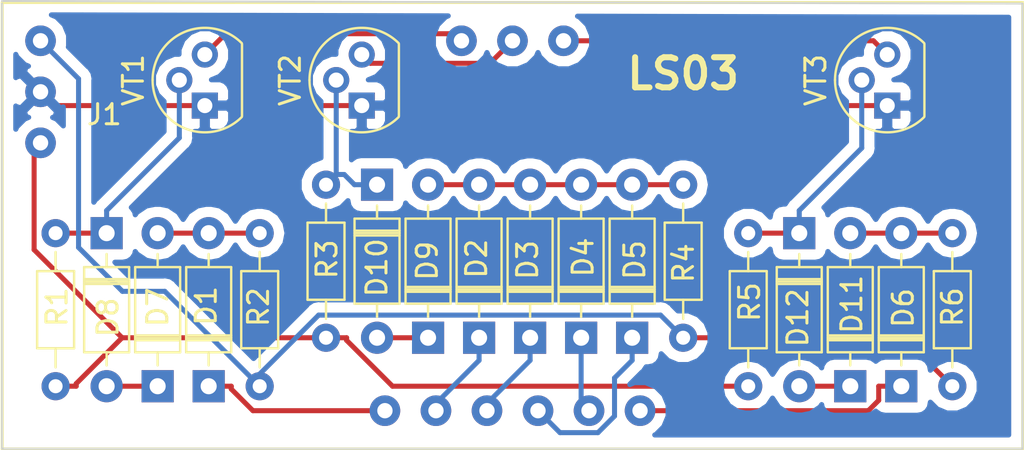
<source format=kicad_pcb>
(kicad_pcb (version 20171130) (host pcbnew "(5.0.0)")

  (general
    (thickness 1.6)
    (drawings 5)
    (tracks 83)
    (zones 0)
    (modules 22)
    (nets 22)
  )

  (page A4)
  (layers
    (0 F.Cu signal)
    (31 B.Cu signal)
    (32 B.Adhes user)
    (33 F.Adhes user)
    (34 B.Paste user)
    (35 F.Paste user)
    (36 B.SilkS user)
    (37 F.SilkS user)
    (38 B.Mask user)
    (39 F.Mask user)
    (40 Dwgs.User user)
    (41 Cmts.User user)
    (42 Eco1.User user)
    (43 Eco2.User user)
    (44 Edge.Cuts user)
    (45 Margin user)
    (46 B.CrtYd user)
    (47 F.CrtYd user)
    (48 B.Fab user)
    (49 F.Fab user)
  )

  (setup
    (last_trace_width 0.25)
    (trace_clearance 0.2)
    (zone_clearance 0.508)
    (zone_45_only no)
    (trace_min 0.2)
    (segment_width 0.2)
    (edge_width 0.1)
    (via_size 0.8)
    (via_drill 0.4)
    (via_min_size 0.4)
    (via_min_drill 0.3)
    (uvia_size 0.3)
    (uvia_drill 0.1)
    (uvias_allowed no)
    (uvia_min_size 0.2)
    (uvia_min_drill 0.1)
    (pcb_text_width 0.3)
    (pcb_text_size 1.5 1.5)
    (mod_edge_width 0.15)
    (mod_text_size 1 1)
    (mod_text_width 0.15)
    (pad_size 1.5 1.5)
    (pad_drill 0.6)
    (pad_to_mask_clearance 0)
    (aux_axis_origin 0 0)
    (visible_elements 7FFFFFFF)
    (pcbplotparams
      (layerselection 0x010fc_ffffffff)
      (usegerberextensions false)
      (usegerberattributes false)
      (usegerberadvancedattributes false)
      (creategerberjobfile false)
      (excludeedgelayer true)
      (linewidth 0.100000)
      (plotframeref false)
      (viasonmask false)
      (mode 1)
      (useauxorigin false)
      (hpglpennumber 1)
      (hpglpenspeed 20)
      (hpglpendiameter 15.000000)
      (psnegative false)
      (psa4output false)
      (plotreference true)
      (plotvalue true)
      (plotinvisibletext false)
      (padsonsilk false)
      (subtractmaskfromsilk false)
      (outputformat 1)
      (mirror false)
      (drillshape 0)
      (scaleselection 1)
      (outputdirectory "Gerber/"))
  )

  (net 0 "")
  (net 1 1)
  (net 2 "Net-(D1-Pad2)")
  (net 3 "Net-(D2-Pad2)")
  (net 4 2)
  (net 5 3)
  (net 6 5)
  (net 7 4)
  (net 8 6)
  (net 9 "Net-(D11-Pad2)")
  (net 10 "Net-(D7-Pad1)")
  (net 11 "Net-(D8-Pad1)")
  (net 12 "Net-(D10-Pad2)")
  (net 13 "Net-(D10-Pad1)")
  (net 14 "Net-(D11-Pad1)")
  (net 15 "Net-(D12-Pad1)")
  (net 16 +6v)
  (net 17 0v)
  (net 18 -6v)
  (net 19 11)
  (net 20 12)
  (net 21 13)

  (net_class Default "This is the default net class."
    (clearance 0.2)
    (trace_width 0.25)
    (via_dia 0.8)
    (via_drill 0.4)
    (uvia_dia 0.3)
    (uvia_drill 0.1)
    (add_net +6v)
    (add_net -6v)
    (add_net 0v)
    (add_net 1)
    (add_net 11)
    (add_net 12)
    (add_net 13)
    (add_net 2)
    (add_net 3)
    (add_net 4)
    (add_net 5)
    (add_net 6)
    (add_net "Net-(D1-Pad2)")
    (add_net "Net-(D10-Pad1)")
    (add_net "Net-(D10-Pad2)")
    (add_net "Net-(D11-Pad1)")
    (add_net "Net-(D11-Pad2)")
    (add_net "Net-(D12-Pad1)")
    (add_net "Net-(D2-Pad2)")
    (add_net "Net-(D7-Pad1)")
    (add_net "Net-(D8-Pad1)")
  )

  (module ELLIOTT:D_DO-35_SOD27_P7.62mm_Horizontal (layer F.Cu) (tedit 5B9AA396) (tstamp 5C3233E2)
    (at 139.827 55.9435 90)
    (descr "Diode, DO-35_SOD27 series, Axial, Horizontal, pin pitch=7.62mm, , length*diameter=4*2mm^2, , http://www.diodes.com/_files/packages/DO-35.pdf")
    (tags "Diode DO-35_SOD27 series Axial Horizontal pin pitch 7.62mm  length 4mm diameter 2mm")
    (path /5B96A028)
    (fp_text reference D1 (at 4.0005 -0.127 90) (layer F.SilkS)
      (effects (font (size 1 1) (thickness 0.15)))
    )
    (fp_text value 1N4148 (at 3.81 2.12 90) (layer F.Fab)
      (effects (font (size 1 1) (thickness 0.15)))
    )
    (fp_line (start 2.41 -1) (end 2.41 1) (layer F.Fab) (width 0.1))
    (fp_line (start 2.51 -1) (end 2.51 1) (layer F.Fab) (width 0.1))
    (fp_line (start 2.31 -1) (end 2.31 1) (layer F.Fab) (width 0.1))
    (fp_line (start 1.69 -1.12) (end 1.69 1.12) (layer F.SilkS) (width 0.12))
    (fp_line (start 1.69 1.12) (end 5.93 1.12) (layer F.SilkS) (width 0.12))
    (fp_line (start 5.93 1.12) (end 5.93 -1.12) (layer F.SilkS) (width 0.12))
    (fp_line (start 5.93 -1.12) (end 1.69 -1.12) (layer F.SilkS) (width 0.12))
    (fp_line (start 1.04 0) (end 1.69 0) (layer F.SilkS) (width 0.12))
    (fp_line (start 6.58 0) (end 5.93 0) (layer F.SilkS) (width 0.12))
    (fp_line (start 2.41 -1.12) (end 2.41 1.12) (layer F.SilkS) (width 0.12))
    (fp_line (start 2.53 -1.12) (end 2.53 1.12) (layer F.SilkS) (width 0.12))
    (fp_line (start 2.29 -1.12) (end 2.29 1.12) (layer F.SilkS) (width 0.12))
    (fp_line (start -1.05 -1.25) (end -1.05 1.25) (layer F.CrtYd) (width 0.05))
    (fp_line (start -1.05 1.25) (end 8.67 1.25) (layer F.CrtYd) (width 0.05))
    (fp_line (start 8.67 1.25) (end 8.67 -1.25) (layer F.CrtYd) (width 0.05))
    (fp_line (start 8.67 -1.25) (end -1.05 -1.25) (layer F.CrtYd) (width 0.05))
    (pad 1 thru_hole rect (at 0 0 90) (size 1.6 1.6) (drill 0.8) (layers *.Cu *.Mask)
      (net 1 1))
    (pad 2 thru_hole oval (at 7.62 0 90) (size 1.6 1.6) (drill 0.8) (layers *.Cu *.Mask)
      (net 2 "Net-(D1-Pad2)"))
    (model ${KISYS3DMOD}/Diode_THT.3dshapes/D_DO-35_SOD27_P7.62mm_Horizontal.wrl
      (at (xyz 0 0 0))
      (scale (xyz 1 1 1))
      (rotate (xyz 0 0 0))
    )
  )

  (module ELLIOTT:D_DO-35_SOD27_P7.62mm_Horizontal (layer F.Cu) (tedit 5B9AA396) (tstamp 5C321ED2)
    (at 153.289 53.5305 90)
    (descr "Diode, DO-35_SOD27 series, Axial, Horizontal, pin pitch=7.62mm, , length*diameter=4*2mm^2, , http://www.diodes.com/_files/packages/DO-35.pdf")
    (tags "Diode DO-35_SOD27 series Axial Horizontal pin pitch 7.62mm  length 4mm diameter 2mm")
    (path /5C329479)
    (fp_text reference D2 (at 3.937 -0.127 90) (layer F.SilkS)
      (effects (font (size 1 1) (thickness 0.15)))
    )
    (fp_text value 1N4148 (at 3.81 2.12 90) (layer F.Fab)
      (effects (font (size 1 1) (thickness 0.15)))
    )
    (fp_line (start 8.67 -1.25) (end -1.05 -1.25) (layer F.CrtYd) (width 0.05))
    (fp_line (start 8.67 1.25) (end 8.67 -1.25) (layer F.CrtYd) (width 0.05))
    (fp_line (start -1.05 1.25) (end 8.67 1.25) (layer F.CrtYd) (width 0.05))
    (fp_line (start -1.05 -1.25) (end -1.05 1.25) (layer F.CrtYd) (width 0.05))
    (fp_line (start 2.29 -1.12) (end 2.29 1.12) (layer F.SilkS) (width 0.12))
    (fp_line (start 2.53 -1.12) (end 2.53 1.12) (layer F.SilkS) (width 0.12))
    (fp_line (start 2.41 -1.12) (end 2.41 1.12) (layer F.SilkS) (width 0.12))
    (fp_line (start 6.58 0) (end 5.93 0) (layer F.SilkS) (width 0.12))
    (fp_line (start 1.04 0) (end 1.69 0) (layer F.SilkS) (width 0.12))
    (fp_line (start 5.93 -1.12) (end 1.69 -1.12) (layer F.SilkS) (width 0.12))
    (fp_line (start 5.93 1.12) (end 5.93 -1.12) (layer F.SilkS) (width 0.12))
    (fp_line (start 1.69 1.12) (end 5.93 1.12) (layer F.SilkS) (width 0.12))
    (fp_line (start 1.69 -1.12) (end 1.69 1.12) (layer F.SilkS) (width 0.12))
    (fp_line (start 2.31 -1) (end 2.31 1) (layer F.Fab) (width 0.1))
    (fp_line (start 2.51 -1) (end 2.51 1) (layer F.Fab) (width 0.1))
    (fp_line (start 2.41 -1) (end 2.41 1) (layer F.Fab) (width 0.1))
    (pad 2 thru_hole oval (at 7.62 0 90) (size 1.6 1.6) (drill 0.8) (layers *.Cu *.Mask)
      (net 3 "Net-(D2-Pad2)"))
    (pad 1 thru_hole rect (at 0 0 90) (size 1.6 1.6) (drill 0.8) (layers *.Cu *.Mask)
      (net 4 2))
    (model ${KISYS3DMOD}/Diode_THT.3dshapes/D_DO-35_SOD27_P7.62mm_Horizontal.wrl
      (at (xyz 0 0 0))
      (scale (xyz 1 1 1))
      (rotate (xyz 0 0 0))
    )
  )

  (module ELLIOTT:D_DO-35_SOD27_P7.62mm_Horizontal (layer F.Cu) (tedit 5B9AA396) (tstamp 5C321EE8)
    (at 155.829 53.5305 90)
    (descr "Diode, DO-35_SOD27 series, Axial, Horizontal, pin pitch=7.62mm, , length*diameter=4*2mm^2, , http://www.diodes.com/_files/packages/DO-35.pdf")
    (tags "Diode DO-35_SOD27 series Axial Horizontal pin pitch 7.62mm  length 4mm diameter 2mm")
    (path /5B96AD4B)
    (fp_text reference D3 (at 3.8735 -0.127 90) (layer F.SilkS)
      (effects (font (size 1 1) (thickness 0.15)))
    )
    (fp_text value 1N4148 (at 3.81 2.12 90) (layer F.Fab)
      (effects (font (size 1 1) (thickness 0.15)))
    )
    (fp_line (start 2.41 -1) (end 2.41 1) (layer F.Fab) (width 0.1))
    (fp_line (start 2.51 -1) (end 2.51 1) (layer F.Fab) (width 0.1))
    (fp_line (start 2.31 -1) (end 2.31 1) (layer F.Fab) (width 0.1))
    (fp_line (start 1.69 -1.12) (end 1.69 1.12) (layer F.SilkS) (width 0.12))
    (fp_line (start 1.69 1.12) (end 5.93 1.12) (layer F.SilkS) (width 0.12))
    (fp_line (start 5.93 1.12) (end 5.93 -1.12) (layer F.SilkS) (width 0.12))
    (fp_line (start 5.93 -1.12) (end 1.69 -1.12) (layer F.SilkS) (width 0.12))
    (fp_line (start 1.04 0) (end 1.69 0) (layer F.SilkS) (width 0.12))
    (fp_line (start 6.58 0) (end 5.93 0) (layer F.SilkS) (width 0.12))
    (fp_line (start 2.41 -1.12) (end 2.41 1.12) (layer F.SilkS) (width 0.12))
    (fp_line (start 2.53 -1.12) (end 2.53 1.12) (layer F.SilkS) (width 0.12))
    (fp_line (start 2.29 -1.12) (end 2.29 1.12) (layer F.SilkS) (width 0.12))
    (fp_line (start -1.05 -1.25) (end -1.05 1.25) (layer F.CrtYd) (width 0.05))
    (fp_line (start -1.05 1.25) (end 8.67 1.25) (layer F.CrtYd) (width 0.05))
    (fp_line (start 8.67 1.25) (end 8.67 -1.25) (layer F.CrtYd) (width 0.05))
    (fp_line (start 8.67 -1.25) (end -1.05 -1.25) (layer F.CrtYd) (width 0.05))
    (pad 1 thru_hole rect (at 0 0 90) (size 1.6 1.6) (drill 0.8) (layers *.Cu *.Mask)
      (net 5 3))
    (pad 2 thru_hole oval (at 7.62 0 90) (size 1.6 1.6) (drill 0.8) (layers *.Cu *.Mask)
      (net 3 "Net-(D2-Pad2)"))
    (model ${KISYS3DMOD}/Diode_THT.3dshapes/D_DO-35_SOD27_P7.62mm_Horizontal.wrl
      (at (xyz 0 0 0))
      (scale (xyz 1 1 1))
      (rotate (xyz 0 0 0))
    )
  )

  (module ELLIOTT:D_DO-35_SOD27_P7.62mm_Horizontal (layer F.Cu) (tedit 5B9AA396) (tstamp 5C321EFE)
    (at 158.369 53.5305 90)
    (descr "Diode, DO-35_SOD27 series, Axial, Horizontal, pin pitch=7.62mm, , length*diameter=4*2mm^2, , http://www.diodes.com/_files/packages/DO-35.pdf")
    (tags "Diode DO-35_SOD27 series Axial Horizontal pin pitch 7.62mm  length 4mm diameter 2mm")
    (path /5B96AD51)
    (fp_text reference D4 (at 4.004999 0.093999 90) (layer F.SilkS)
      (effects (font (size 1 1) (thickness 0.15)))
    )
    (fp_text value 1N4148 (at 3.81 2.12 90) (layer F.Fab)
      (effects (font (size 1 1) (thickness 0.15)))
    )
    (fp_line (start 8.67 -1.25) (end -1.05 -1.25) (layer F.CrtYd) (width 0.05))
    (fp_line (start 8.67 1.25) (end 8.67 -1.25) (layer F.CrtYd) (width 0.05))
    (fp_line (start -1.05 1.25) (end 8.67 1.25) (layer F.CrtYd) (width 0.05))
    (fp_line (start -1.05 -1.25) (end -1.05 1.25) (layer F.CrtYd) (width 0.05))
    (fp_line (start 2.29 -1.12) (end 2.29 1.12) (layer F.SilkS) (width 0.12))
    (fp_line (start 2.53 -1.12) (end 2.53 1.12) (layer F.SilkS) (width 0.12))
    (fp_line (start 2.41 -1.12) (end 2.41 1.12) (layer F.SilkS) (width 0.12))
    (fp_line (start 6.58 0) (end 5.93 0) (layer F.SilkS) (width 0.12))
    (fp_line (start 1.04 0) (end 1.69 0) (layer F.SilkS) (width 0.12))
    (fp_line (start 5.93 -1.12) (end 1.69 -1.12) (layer F.SilkS) (width 0.12))
    (fp_line (start 5.93 1.12) (end 5.93 -1.12) (layer F.SilkS) (width 0.12))
    (fp_line (start 1.69 1.12) (end 5.93 1.12) (layer F.SilkS) (width 0.12))
    (fp_line (start 1.69 -1.12) (end 1.69 1.12) (layer F.SilkS) (width 0.12))
    (fp_line (start 2.31 -1) (end 2.31 1) (layer F.Fab) (width 0.1))
    (fp_line (start 2.51 -1) (end 2.51 1) (layer F.Fab) (width 0.1))
    (fp_line (start 2.41 -1) (end 2.41 1) (layer F.Fab) (width 0.1))
    (pad 2 thru_hole oval (at 7.62 0 90) (size 1.6 1.6) (drill 0.8) (layers *.Cu *.Mask)
      (net 3 "Net-(D2-Pad2)"))
    (pad 1 thru_hole rect (at 0 0 90) (size 1.6 1.6) (drill 0.8) (layers *.Cu *.Mask)
      (net 6 5))
    (model ${KISYS3DMOD}/Diode_THT.3dshapes/D_DO-35_SOD27_P7.62mm_Horizontal.wrl
      (at (xyz 0 0 0))
      (scale (xyz 1 1 1))
      (rotate (xyz 0 0 0))
    )
  )

  (module ELLIOTT:D_DO-35_SOD27_P7.62mm_Horizontal (layer F.Cu) (tedit 5B9AA396) (tstamp 5C321F14)
    (at 160.909 53.5305 90)
    (descr "Diode, DO-35_SOD27 series, Axial, Horizontal, pin pitch=7.62mm, , length*diameter=4*2mm^2, , http://www.diodes.com/_files/packages/DO-35.pdf")
    (tags "Diode DO-35_SOD27 series Axial Horizontal pin pitch 7.62mm  length 4mm diameter 2mm")
    (path /5C328005)
    (fp_text reference D5 (at 3.8735 0.127 90) (layer F.SilkS)
      (effects (font (size 1 1) (thickness 0.15)))
    )
    (fp_text value 1N4148 (at 3.81 2.12 90) (layer F.Fab)
      (effects (font (size 1 1) (thickness 0.15)))
    )
    (fp_line (start 8.67 -1.25) (end -1.05 -1.25) (layer F.CrtYd) (width 0.05))
    (fp_line (start 8.67 1.25) (end 8.67 -1.25) (layer F.CrtYd) (width 0.05))
    (fp_line (start -1.05 1.25) (end 8.67 1.25) (layer F.CrtYd) (width 0.05))
    (fp_line (start -1.05 -1.25) (end -1.05 1.25) (layer F.CrtYd) (width 0.05))
    (fp_line (start 2.29 -1.12) (end 2.29 1.12) (layer F.SilkS) (width 0.12))
    (fp_line (start 2.53 -1.12) (end 2.53 1.12) (layer F.SilkS) (width 0.12))
    (fp_line (start 2.41 -1.12) (end 2.41 1.12) (layer F.SilkS) (width 0.12))
    (fp_line (start 6.58 0) (end 5.93 0) (layer F.SilkS) (width 0.12))
    (fp_line (start 1.04 0) (end 1.69 0) (layer F.SilkS) (width 0.12))
    (fp_line (start 5.93 -1.12) (end 1.69 -1.12) (layer F.SilkS) (width 0.12))
    (fp_line (start 5.93 1.12) (end 5.93 -1.12) (layer F.SilkS) (width 0.12))
    (fp_line (start 1.69 1.12) (end 5.93 1.12) (layer F.SilkS) (width 0.12))
    (fp_line (start 1.69 -1.12) (end 1.69 1.12) (layer F.SilkS) (width 0.12))
    (fp_line (start 2.31 -1) (end 2.31 1) (layer F.Fab) (width 0.1))
    (fp_line (start 2.51 -1) (end 2.51 1) (layer F.Fab) (width 0.1))
    (fp_line (start 2.41 -1) (end 2.41 1) (layer F.Fab) (width 0.1))
    (pad 2 thru_hole oval (at 7.62 0 90) (size 1.6 1.6) (drill 0.8) (layers *.Cu *.Mask)
      (net 3 "Net-(D2-Pad2)"))
    (pad 1 thru_hole rect (at 0 0 90) (size 1.6 1.6) (drill 0.8) (layers *.Cu *.Mask)
      (net 7 4))
    (model ${KISYS3DMOD}/Diode_THT.3dshapes/D_DO-35_SOD27_P7.62mm_Horizontal.wrl
      (at (xyz 0 0 0))
      (scale (xyz 1 1 1))
      (rotate (xyz 0 0 0))
    )
  )

  (module ELLIOTT:D_DO-35_SOD27_P7.62mm_Horizontal (layer F.Cu) (tedit 5B9AA396) (tstamp 5C321F2A)
    (at 174.308 55.9435 90)
    (descr "Diode, DO-35_SOD27 series, Axial, Horizontal, pin pitch=7.62mm, , length*diameter=4*2mm^2, , http://www.diodes.com/_files/packages/DO-35.pdf")
    (tags "Diode DO-35_SOD27 series Axial Horizontal pin pitch 7.62mm  length 4mm diameter 2mm")
    (path /5B96B3C9)
    (fp_text reference D6 (at 3.895999 0.093999 90) (layer F.SilkS)
      (effects (font (size 1 1) (thickness 0.15)))
    )
    (fp_text value 1N4148 (at 3.81 2.12 90) (layer F.Fab)
      (effects (font (size 1 1) (thickness 0.15)))
    )
    (fp_line (start 2.41 -1) (end 2.41 1) (layer F.Fab) (width 0.1))
    (fp_line (start 2.51 -1) (end 2.51 1) (layer F.Fab) (width 0.1))
    (fp_line (start 2.31 -1) (end 2.31 1) (layer F.Fab) (width 0.1))
    (fp_line (start 1.69 -1.12) (end 1.69 1.12) (layer F.SilkS) (width 0.12))
    (fp_line (start 1.69 1.12) (end 5.93 1.12) (layer F.SilkS) (width 0.12))
    (fp_line (start 5.93 1.12) (end 5.93 -1.12) (layer F.SilkS) (width 0.12))
    (fp_line (start 5.93 -1.12) (end 1.69 -1.12) (layer F.SilkS) (width 0.12))
    (fp_line (start 1.04 0) (end 1.69 0) (layer F.SilkS) (width 0.12))
    (fp_line (start 6.58 0) (end 5.93 0) (layer F.SilkS) (width 0.12))
    (fp_line (start 2.41 -1.12) (end 2.41 1.12) (layer F.SilkS) (width 0.12))
    (fp_line (start 2.53 -1.12) (end 2.53 1.12) (layer F.SilkS) (width 0.12))
    (fp_line (start 2.29 -1.12) (end 2.29 1.12) (layer F.SilkS) (width 0.12))
    (fp_line (start -1.05 -1.25) (end -1.05 1.25) (layer F.CrtYd) (width 0.05))
    (fp_line (start -1.05 1.25) (end 8.67 1.25) (layer F.CrtYd) (width 0.05))
    (fp_line (start 8.67 1.25) (end 8.67 -1.25) (layer F.CrtYd) (width 0.05))
    (fp_line (start 8.67 -1.25) (end -1.05 -1.25) (layer F.CrtYd) (width 0.05))
    (pad 1 thru_hole rect (at 0 0 90) (size 1.6 1.6) (drill 0.8) (layers *.Cu *.Mask)
      (net 8 6))
    (pad 2 thru_hole oval (at 7.62 0 90) (size 1.6 1.6) (drill 0.8) (layers *.Cu *.Mask)
      (net 9 "Net-(D11-Pad2)"))
    (model ${KISYS3DMOD}/Diode_THT.3dshapes/D_DO-35_SOD27_P7.62mm_Horizontal.wrl
      (at (xyz 0 0 0))
      (scale (xyz 1 1 1))
      (rotate (xyz 0 0 0))
    )
  )

  (module ELLIOTT:D_DO-35_SOD27_P7.62mm_Horizontal (layer F.Cu) (tedit 5B9AA396) (tstamp 5C322730)
    (at 137.287 55.9435 90)
    (descr "Diode, DO-35_SOD27 series, Axial, Horizontal, pin pitch=7.62mm, , length*diameter=4*2mm^2, , http://www.diodes.com/_files/packages/DO-35.pdf")
    (tags "Diode DO-35_SOD27 series Axial Horizontal pin pitch 7.62mm  length 4mm diameter 2mm")
    (path /5B96A1C7)
    (fp_text reference D7 (at 3.937 0 90) (layer F.SilkS)
      (effects (font (size 1 1) (thickness 0.15)))
    )
    (fp_text value 1N4148 (at 3.81 2.12 90) (layer F.Fab)
      (effects (font (size 1 1) (thickness 0.15)))
    )
    (fp_line (start 2.41 -1) (end 2.41 1) (layer F.Fab) (width 0.1))
    (fp_line (start 2.51 -1) (end 2.51 1) (layer F.Fab) (width 0.1))
    (fp_line (start 2.31 -1) (end 2.31 1) (layer F.Fab) (width 0.1))
    (fp_line (start 1.69 -1.12) (end 1.69 1.12) (layer F.SilkS) (width 0.12))
    (fp_line (start 1.69 1.12) (end 5.93 1.12) (layer F.SilkS) (width 0.12))
    (fp_line (start 5.93 1.12) (end 5.93 -1.12) (layer F.SilkS) (width 0.12))
    (fp_line (start 5.93 -1.12) (end 1.69 -1.12) (layer F.SilkS) (width 0.12))
    (fp_line (start 1.04 0) (end 1.69 0) (layer F.SilkS) (width 0.12))
    (fp_line (start 6.58 0) (end 5.93 0) (layer F.SilkS) (width 0.12))
    (fp_line (start 2.41 -1.12) (end 2.41 1.12) (layer F.SilkS) (width 0.12))
    (fp_line (start 2.53 -1.12) (end 2.53 1.12) (layer F.SilkS) (width 0.12))
    (fp_line (start 2.29 -1.12) (end 2.29 1.12) (layer F.SilkS) (width 0.12))
    (fp_line (start -1.05 -1.25) (end -1.05 1.25) (layer F.CrtYd) (width 0.05))
    (fp_line (start -1.05 1.25) (end 8.67 1.25) (layer F.CrtYd) (width 0.05))
    (fp_line (start 8.67 1.25) (end 8.67 -1.25) (layer F.CrtYd) (width 0.05))
    (fp_line (start 8.67 -1.25) (end -1.05 -1.25) (layer F.CrtYd) (width 0.05))
    (pad 1 thru_hole rect (at 0 0 90) (size 1.6 1.6) (drill 0.8) (layers *.Cu *.Mask)
      (net 10 "Net-(D7-Pad1)"))
    (pad 2 thru_hole oval (at 7.62 0 90) (size 1.6 1.6) (drill 0.8) (layers *.Cu *.Mask)
      (net 2 "Net-(D1-Pad2)"))
    (model ${KISYS3DMOD}/Diode_THT.3dshapes/D_DO-35_SOD27_P7.62mm_Horizontal.wrl
      (at (xyz 0 0 0))
      (scale (xyz 1 1 1))
      (rotate (xyz 0 0 0))
    )
  )

  (module ELLIOTT:D_DO-35_SOD27_P7.62mm_Horizontal (layer F.Cu) (tedit 5B9AA396) (tstamp 5C323365)
    (at 134.747 48.3235 270)
    (descr "Diode, DO-35_SOD27 series, Axial, Horizontal, pin pitch=7.62mm, , length*diameter=4*2mm^2, , http://www.diodes.com/_files/packages/DO-35.pdf")
    (tags "Diode DO-35_SOD27 series Axial Horizontal pin pitch 7.62mm  length 4mm diameter 2mm")
    (path /5B96A1FD)
    (fp_text reference D8 (at 4.191 -0.0635 270) (layer F.SilkS)
      (effects (font (size 1 1) (thickness 0.15)))
    )
    (fp_text value 1N4148 (at 3.81 2.12 270) (layer F.Fab)
      (effects (font (size 1 1) (thickness 0.15)))
    )
    (fp_line (start 8.67 -1.25) (end -1.05 -1.25) (layer F.CrtYd) (width 0.05))
    (fp_line (start 8.67 1.25) (end 8.67 -1.25) (layer F.CrtYd) (width 0.05))
    (fp_line (start -1.05 1.25) (end 8.67 1.25) (layer F.CrtYd) (width 0.05))
    (fp_line (start -1.05 -1.25) (end -1.05 1.25) (layer F.CrtYd) (width 0.05))
    (fp_line (start 2.29 -1.12) (end 2.29 1.12) (layer F.SilkS) (width 0.12))
    (fp_line (start 2.53 -1.12) (end 2.53 1.12) (layer F.SilkS) (width 0.12))
    (fp_line (start 2.41 -1.12) (end 2.41 1.12) (layer F.SilkS) (width 0.12))
    (fp_line (start 6.58 0) (end 5.93 0) (layer F.SilkS) (width 0.12))
    (fp_line (start 1.04 0) (end 1.69 0) (layer F.SilkS) (width 0.12))
    (fp_line (start 5.93 -1.12) (end 1.69 -1.12) (layer F.SilkS) (width 0.12))
    (fp_line (start 5.93 1.12) (end 5.93 -1.12) (layer F.SilkS) (width 0.12))
    (fp_line (start 1.69 1.12) (end 5.93 1.12) (layer F.SilkS) (width 0.12))
    (fp_line (start 1.69 -1.12) (end 1.69 1.12) (layer F.SilkS) (width 0.12))
    (fp_line (start 2.31 -1) (end 2.31 1) (layer F.Fab) (width 0.1))
    (fp_line (start 2.51 -1) (end 2.51 1) (layer F.Fab) (width 0.1))
    (fp_line (start 2.41 -1) (end 2.41 1) (layer F.Fab) (width 0.1))
    (pad 2 thru_hole oval (at 7.62 0 270) (size 1.6 1.6) (drill 0.8) (layers *.Cu *.Mask)
      (net 10 "Net-(D7-Pad1)"))
    (pad 1 thru_hole rect (at 0 0 270) (size 1.6 1.6) (drill 0.8) (layers *.Cu *.Mask)
      (net 11 "Net-(D8-Pad1)"))
    (model ${KISYS3DMOD}/Diode_THT.3dshapes/D_DO-35_SOD27_P7.62mm_Horizontal.wrl
      (at (xyz 0 0 0))
      (scale (xyz 1 1 1))
      (rotate (xyz 0 0 0))
    )
  )

  (module ELLIOTT:D_DO-35_SOD27_P7.62mm_Horizontal (layer F.Cu) (tedit 5B9AA396) (tstamp 5C321F6C)
    (at 150.749 53.5305 90)
    (descr "Diode, DO-35_SOD27 series, Axial, Horizontal, pin pitch=7.62mm, , length*diameter=4*2mm^2, , http://www.diodes.com/_files/packages/DO-35.pdf")
    (tags "Diode DO-35_SOD27 series Axial Horizontal pin pitch 7.62mm  length 4mm diameter 2mm")
    (path /5B96AD63)
    (fp_text reference D9 (at 3.832499 -0.043001 90) (layer F.SilkS)
      (effects (font (size 1 1) (thickness 0.15)))
    )
    (fp_text value 1N4148 (at 3.81 2.12 90) (layer F.Fab)
      (effects (font (size 1 1) (thickness 0.15)))
    )
    (fp_line (start 2.41 -1) (end 2.41 1) (layer F.Fab) (width 0.1))
    (fp_line (start 2.51 -1) (end 2.51 1) (layer F.Fab) (width 0.1))
    (fp_line (start 2.31 -1) (end 2.31 1) (layer F.Fab) (width 0.1))
    (fp_line (start 1.69 -1.12) (end 1.69 1.12) (layer F.SilkS) (width 0.12))
    (fp_line (start 1.69 1.12) (end 5.93 1.12) (layer F.SilkS) (width 0.12))
    (fp_line (start 5.93 1.12) (end 5.93 -1.12) (layer F.SilkS) (width 0.12))
    (fp_line (start 5.93 -1.12) (end 1.69 -1.12) (layer F.SilkS) (width 0.12))
    (fp_line (start 1.04 0) (end 1.69 0) (layer F.SilkS) (width 0.12))
    (fp_line (start 6.58 0) (end 5.93 0) (layer F.SilkS) (width 0.12))
    (fp_line (start 2.41 -1.12) (end 2.41 1.12) (layer F.SilkS) (width 0.12))
    (fp_line (start 2.53 -1.12) (end 2.53 1.12) (layer F.SilkS) (width 0.12))
    (fp_line (start 2.29 -1.12) (end 2.29 1.12) (layer F.SilkS) (width 0.12))
    (fp_line (start -1.05 -1.25) (end -1.05 1.25) (layer F.CrtYd) (width 0.05))
    (fp_line (start -1.05 1.25) (end 8.67 1.25) (layer F.CrtYd) (width 0.05))
    (fp_line (start 8.67 1.25) (end 8.67 -1.25) (layer F.CrtYd) (width 0.05))
    (fp_line (start 8.67 -1.25) (end -1.05 -1.25) (layer F.CrtYd) (width 0.05))
    (pad 1 thru_hole rect (at 0 0 90) (size 1.6 1.6) (drill 0.8) (layers *.Cu *.Mask)
      (net 12 "Net-(D10-Pad2)"))
    (pad 2 thru_hole oval (at 7.62 0 90) (size 1.6 1.6) (drill 0.8) (layers *.Cu *.Mask)
      (net 3 "Net-(D2-Pad2)"))
    (model ${KISYS3DMOD}/Diode_THT.3dshapes/D_DO-35_SOD27_P7.62mm_Horizontal.wrl
      (at (xyz 0 0 0))
      (scale (xyz 1 1 1))
      (rotate (xyz 0 0 0))
    )
  )

  (module ELLIOTT:D_DO-35_SOD27_P7.62mm_Horizontal (layer F.Cu) (tedit 5B9AA396) (tstamp 5C323101)
    (at 148.209 45.9105 270)
    (descr "Diode, DO-35_SOD27 series, Axial, Horizontal, pin pitch=7.62mm, , length*diameter=4*2mm^2, , http://www.diodes.com/_files/packages/DO-35.pdf")
    (tags "Diode DO-35_SOD27 series Axial Horizontal pin pitch 7.62mm  length 4mm diameter 2mm")
    (path /5B96AD69)
    (fp_text reference D10 (at 4.131999 0.010499 270) (layer F.SilkS)
      (effects (font (size 1 1) (thickness 0.15)))
    )
    (fp_text value 1N4148 (at 3.81 2.12 270) (layer F.Fab)
      (effects (font (size 1 1) (thickness 0.15)))
    )
    (fp_line (start 8.67 -1.25) (end -1.05 -1.25) (layer F.CrtYd) (width 0.05))
    (fp_line (start 8.67 1.25) (end 8.67 -1.25) (layer F.CrtYd) (width 0.05))
    (fp_line (start -1.05 1.25) (end 8.67 1.25) (layer F.CrtYd) (width 0.05))
    (fp_line (start -1.05 -1.25) (end -1.05 1.25) (layer F.CrtYd) (width 0.05))
    (fp_line (start 2.29 -1.12) (end 2.29 1.12) (layer F.SilkS) (width 0.12))
    (fp_line (start 2.53 -1.12) (end 2.53 1.12) (layer F.SilkS) (width 0.12))
    (fp_line (start 2.41 -1.12) (end 2.41 1.12) (layer F.SilkS) (width 0.12))
    (fp_line (start 6.58 0) (end 5.93 0) (layer F.SilkS) (width 0.12))
    (fp_line (start 1.04 0) (end 1.69 0) (layer F.SilkS) (width 0.12))
    (fp_line (start 5.93 -1.12) (end 1.69 -1.12) (layer F.SilkS) (width 0.12))
    (fp_line (start 5.93 1.12) (end 5.93 -1.12) (layer F.SilkS) (width 0.12))
    (fp_line (start 1.69 1.12) (end 5.93 1.12) (layer F.SilkS) (width 0.12))
    (fp_line (start 1.69 -1.12) (end 1.69 1.12) (layer F.SilkS) (width 0.12))
    (fp_line (start 2.31 -1) (end 2.31 1) (layer F.Fab) (width 0.1))
    (fp_line (start 2.51 -1) (end 2.51 1) (layer F.Fab) (width 0.1))
    (fp_line (start 2.41 -1) (end 2.41 1) (layer F.Fab) (width 0.1))
    (pad 2 thru_hole oval (at 7.62 0 270) (size 1.6 1.6) (drill 0.8) (layers *.Cu *.Mask)
      (net 12 "Net-(D10-Pad2)"))
    (pad 1 thru_hole rect (at 0 0 270) (size 1.6 1.6) (drill 0.8) (layers *.Cu *.Mask)
      (net 13 "Net-(D10-Pad1)"))
    (model ${KISYS3DMOD}/Diode_THT.3dshapes/D_DO-35_SOD27_P7.62mm_Horizontal.wrl
      (at (xyz 0 0 0))
      (scale (xyz 1 1 1))
      (rotate (xyz 0 0 0))
    )
  )

  (module ELLIOTT:D_DO-35_SOD27_P7.62mm_Horizontal (layer F.Cu) (tedit 5B9AA396) (tstamp 5C321F98)
    (at 171.768 55.9435 90)
    (descr "Diode, DO-35_SOD27 series, Axial, Horizontal, pin pitch=7.62mm, , length*diameter=4*2mm^2, , http://www.diodes.com/_files/packages/DO-35.pdf")
    (tags "Diode DO-35_SOD27 series Axial Horizontal pin pitch 7.62mm  length 4mm diameter 2mm")
    (path /5B96B3DB)
    (fp_text reference D11 (at 4.077499 0.073999 90) (layer F.SilkS)
      (effects (font (size 1 1) (thickness 0.15)))
    )
    (fp_text value 1N4148 (at 3.81 2.12 90) (layer F.Fab)
      (effects (font (size 1 1) (thickness 0.15)))
    )
    (fp_line (start 8.67 -1.25) (end -1.05 -1.25) (layer F.CrtYd) (width 0.05))
    (fp_line (start 8.67 1.25) (end 8.67 -1.25) (layer F.CrtYd) (width 0.05))
    (fp_line (start -1.05 1.25) (end 8.67 1.25) (layer F.CrtYd) (width 0.05))
    (fp_line (start -1.05 -1.25) (end -1.05 1.25) (layer F.CrtYd) (width 0.05))
    (fp_line (start 2.29 -1.12) (end 2.29 1.12) (layer F.SilkS) (width 0.12))
    (fp_line (start 2.53 -1.12) (end 2.53 1.12) (layer F.SilkS) (width 0.12))
    (fp_line (start 2.41 -1.12) (end 2.41 1.12) (layer F.SilkS) (width 0.12))
    (fp_line (start 6.58 0) (end 5.93 0) (layer F.SilkS) (width 0.12))
    (fp_line (start 1.04 0) (end 1.69 0) (layer F.SilkS) (width 0.12))
    (fp_line (start 5.93 -1.12) (end 1.69 -1.12) (layer F.SilkS) (width 0.12))
    (fp_line (start 5.93 1.12) (end 5.93 -1.12) (layer F.SilkS) (width 0.12))
    (fp_line (start 1.69 1.12) (end 5.93 1.12) (layer F.SilkS) (width 0.12))
    (fp_line (start 1.69 -1.12) (end 1.69 1.12) (layer F.SilkS) (width 0.12))
    (fp_line (start 2.31 -1) (end 2.31 1) (layer F.Fab) (width 0.1))
    (fp_line (start 2.51 -1) (end 2.51 1) (layer F.Fab) (width 0.1))
    (fp_line (start 2.41 -1) (end 2.41 1) (layer F.Fab) (width 0.1))
    (pad 2 thru_hole oval (at 7.62 0 90) (size 1.6 1.6) (drill 0.8) (layers *.Cu *.Mask)
      (net 9 "Net-(D11-Pad2)"))
    (pad 1 thru_hole rect (at 0 0 90) (size 1.6 1.6) (drill 0.8) (layers *.Cu *.Mask)
      (net 14 "Net-(D11-Pad1)"))
    (model ${KISYS3DMOD}/Diode_THT.3dshapes/D_DO-35_SOD27_P7.62mm_Horizontal.wrl
      (at (xyz 0 0 0))
      (scale (xyz 1 1 1))
      (rotate (xyz 0 0 0))
    )
  )

  (module ELLIOTT:D_DO-35_SOD27_P7.62mm_Horizontal (layer F.Cu) (tedit 5B9AA396) (tstamp 5C321FAE)
    (at 169.228 48.3235 270)
    (descr "Diode, DO-35_SOD27 series, Axial, Horizontal, pin pitch=7.62mm, , length*diameter=4*2mm^2, , http://www.diodes.com/_files/packages/DO-35.pdf")
    (tags "Diode DO-35_SOD27 series Axial Horizontal pin pitch 7.62mm  length 4mm diameter 2mm")
    (path /5B96B3E1)
    (fp_text reference D12 (at 4.213499 0.073999 270) (layer F.SilkS)
      (effects (font (size 1 1) (thickness 0.15)))
    )
    (fp_text value 1N4148 (at 3.81 2.12 270) (layer F.Fab)
      (effects (font (size 1 1) (thickness 0.15)))
    )
    (fp_line (start 2.41 -1) (end 2.41 1) (layer F.Fab) (width 0.1))
    (fp_line (start 2.51 -1) (end 2.51 1) (layer F.Fab) (width 0.1))
    (fp_line (start 2.31 -1) (end 2.31 1) (layer F.Fab) (width 0.1))
    (fp_line (start 1.69 -1.12) (end 1.69 1.12) (layer F.SilkS) (width 0.12))
    (fp_line (start 1.69 1.12) (end 5.93 1.12) (layer F.SilkS) (width 0.12))
    (fp_line (start 5.93 1.12) (end 5.93 -1.12) (layer F.SilkS) (width 0.12))
    (fp_line (start 5.93 -1.12) (end 1.69 -1.12) (layer F.SilkS) (width 0.12))
    (fp_line (start 1.04 0) (end 1.69 0) (layer F.SilkS) (width 0.12))
    (fp_line (start 6.58 0) (end 5.93 0) (layer F.SilkS) (width 0.12))
    (fp_line (start 2.41 -1.12) (end 2.41 1.12) (layer F.SilkS) (width 0.12))
    (fp_line (start 2.53 -1.12) (end 2.53 1.12) (layer F.SilkS) (width 0.12))
    (fp_line (start 2.29 -1.12) (end 2.29 1.12) (layer F.SilkS) (width 0.12))
    (fp_line (start -1.05 -1.25) (end -1.05 1.25) (layer F.CrtYd) (width 0.05))
    (fp_line (start -1.05 1.25) (end 8.67 1.25) (layer F.CrtYd) (width 0.05))
    (fp_line (start 8.67 1.25) (end 8.67 -1.25) (layer F.CrtYd) (width 0.05))
    (fp_line (start 8.67 -1.25) (end -1.05 -1.25) (layer F.CrtYd) (width 0.05))
    (pad 1 thru_hole rect (at 0 0 270) (size 1.6 1.6) (drill 0.8) (layers *.Cu *.Mask)
      (net 15 "Net-(D12-Pad1)"))
    (pad 2 thru_hole oval (at 7.62 0 270) (size 1.6 1.6) (drill 0.8) (layers *.Cu *.Mask)
      (net 14 "Net-(D11-Pad1)"))
    (model ${KISYS3DMOD}/Diode_THT.3dshapes/D_DO-35_SOD27_P7.62mm_Horizontal.wrl
      (at (xyz 0 0 0))
      (scale (xyz 1 1 1))
      (rotate (xyz 0 0 0))
    )
  )

  (module ELLIOTT:LSA (layer F.Cu) (tedit 5C2F96A4) (tstamp 5C321FC2)
    (at 134.632 41.9215)
    (path /5C320323)
    (fp_text reference J1 (at 0 0.5) (layer F.SilkS)
      (effects (font (size 1 1) (thickness 0.15)))
    )
    (fp_text value LSAConnect (at 0 -0.5) (layer F.Fab)
      (effects (font (size 1 1) (thickness 0.15)))
    )
    (fp_line (start -5.08 -5.08) (end 45.72 -5.08) (layer F.SilkS) (width 0.15))
    (fp_line (start 45.72 -5.08) (end 45.72 17.145) (layer F.SilkS) (width 0.15))
    (fp_line (start 45.72 17.145) (end -5.08 17.145) (layer F.SilkS) (width 0.15))
    (fp_line (start -5.08 17.145) (end -5.08 -5.08) (layer F.SilkS) (width 0.15))
    (pad 21 thru_hole circle (at -3.175 -3.175) (size 1.524 1.524) (drill 0.762) (layers *.Cu *.Mask)
      (net 16 +6v))
    (pad 22 thru_hole circle (at -3.175 -0.635) (size 1.524 1.524) (drill 0.762) (layers *.Cu *.Mask)
      (net 17 0v))
    (pad 23 thru_hole circle (at -3.175 1.905) (size 1.524 1.524) (drill 0.762) (layers *.Cu *.Mask)
      (net 18 -6v))
    (pad 1 thru_hole circle (at 13.97 15.24) (size 1.524 1.524) (drill 0.762) (layers *.Cu *.Mask)
      (net 1 1))
    (pad 2 thru_hole circle (at 16.51 15.24) (size 1.524 1.524) (drill 0.762) (layers *.Cu *.Mask)
      (net 4 2))
    (pad 3 thru_hole circle (at 19.05 15.24) (size 1.524 1.524) (drill 0.762) (layers *.Cu *.Mask)
      (net 5 3))
    (pad 4 thru_hole circle (at 21.59 15.24) (size 1.524 1.524) (drill 0.762) (layers *.Cu *.Mask)
      (net 7 4))
    (pad 5 thru_hole circle (at 24.13 15.24) (size 1.524 1.524) (drill 0.762) (layers *.Cu *.Mask)
      (net 6 5))
    (pad 6 thru_hole circle (at 26.67 15.24) (size 1.524 1.524) (drill 0.762) (layers *.Cu *.Mask)
      (net 8 6))
    (pad 11 thru_hole circle (at 17.78 -3.175) (size 1.524 1.524) (drill 0.762) (layers *.Cu *.Mask)
      (net 19 11))
    (pad 12 thru_hole circle (at 20.32 -3.175) (size 1.524 1.524) (drill 0.762) (layers *.Cu *.Mask)
      (net 20 12))
    (pad 13 thru_hole circle (at 22.86 -3.175) (size 1.524 1.524) (drill 0.762) (layers *.Cu *.Mask)
      (net 21 13))
  )

  (module ELLIOTT:R_Axial_DIN0204_L3.6mm_D1.6mm_P7.62mm_Horizontal (layer F.Cu) (tedit 5C321ECB) (tstamp 5C321FD2)
    (at 132.207 48.3235 270)
    (descr "Resistor, Axial_DIN0204 series, Axial, Horizontal, pin pitch=7.62mm, 0.167W, length*diameter=3.6*1.6mm^2, http://cdn-reichelt.de/documents/datenblatt/B400/1_4W%23YAG.pdf")
    (tags "Resistor Axial_DIN0204 series Axial Horizontal pin pitch 7.62mm 0.167W length 3.6mm diameter 1.6mm")
    (path /5B96A17E)
    (fp_text reference R1 (at 3.683 -0.0635 270) (layer F.SilkS)
      (effects (font (size 1 1) (thickness 0.15)))
    )
    (fp_text value 22k (at 3.81 1.92 270) (layer F.Fab)
      (effects (font (size 1 1) (thickness 0.15)))
    )
    (fp_line (start 1.89 -0.92) (end 1.89 0.92) (layer F.SilkS) (width 0.12))
    (fp_line (start 1.89 0.92) (end 5.73 0.92) (layer F.SilkS) (width 0.12))
    (fp_line (start 5.73 0.92) (end 5.73 -0.92) (layer F.SilkS) (width 0.12))
    (fp_line (start 5.73 -0.92) (end 1.89 -0.92) (layer F.SilkS) (width 0.12))
    (fp_line (start 0.94 0) (end 1.89 0) (layer F.SilkS) (width 0.12))
    (fp_line (start 6.68 0) (end 5.73 0) (layer F.SilkS) (width 0.12))
    (fp_line (start -1.05 -1.25) (end -1.05 1.25) (layer F.CrtYd) (width 0.05))
    (fp_line (start -1.05 1.25) (end 8.67 1.25) (layer F.CrtYd) (width 0.05))
    (fp_line (start 8.67 1.25) (end 8.67 -1.25) (layer F.CrtYd) (width 0.05))
    (fp_line (start 8.67 -1.25) (end -1.05 -1.25) (layer F.CrtYd) (width 0.05))
    (pad 1 thru_hole circle (at 0 0 270) (size 1.4 1.4) (drill 0.7) (layers *.Cu *.Mask)
      (net 11 "Net-(D8-Pad1)"))
    (pad 2 thru_hole oval (at 7.62 0 270) (size 1.4 1.4) (drill 0.7) (layers *.Cu *.Mask)
      (net 18 -6v))
    (model ${KISYS3DMOD}/Resistor_THT.3dshapes/R_Axial_DIN0204_L3.6mm_D1.6mm_P7.62mm_Horizontal.wrl
      (at (xyz 0 0 0))
      (scale (xyz 1 1 1))
      (rotate (xyz 0 0 0))
    )
  )

  (module ELLIOTT:R_Axial_DIN0204_L3.6mm_D1.6mm_P7.62mm_Horizontal (layer F.Cu) (tedit 5B9AA3EA) (tstamp 5C321FE2)
    (at 142.367 55.9435 90)
    (descr "Resistor, Axial_DIN0204 series, Axial, Horizontal, pin pitch=7.62mm, 0.167W, length*diameter=3.6*1.6mm^2, http://cdn-reichelt.de/documents/datenblatt/B400/1_4W%23YAG.pdf")
    (tags "Resistor Axial_DIN0204 series Axial Horizontal pin pitch 7.62mm 0.167W length 3.6mm diameter 1.6mm")
    (path /5B96A14D)
    (fp_text reference R2 (at 3.937 -0.0635 90) (layer F.SilkS)
      (effects (font (size 1 1) (thickness 0.15)))
    )
    (fp_text value 2.2k (at 3.81 1.92 90) (layer F.Fab)
      (effects (font (size 1 1) (thickness 0.15)))
    )
    (fp_line (start 8.67 -1.25) (end -1.05 -1.25) (layer F.CrtYd) (width 0.05))
    (fp_line (start 8.67 1.25) (end 8.67 -1.25) (layer F.CrtYd) (width 0.05))
    (fp_line (start -1.05 1.25) (end 8.67 1.25) (layer F.CrtYd) (width 0.05))
    (fp_line (start -1.05 -1.25) (end -1.05 1.25) (layer F.CrtYd) (width 0.05))
    (fp_line (start 6.68 0) (end 5.73 0) (layer F.SilkS) (width 0.12))
    (fp_line (start 0.94 0) (end 1.89 0) (layer F.SilkS) (width 0.12))
    (fp_line (start 5.73 -0.92) (end 1.89 -0.92) (layer F.SilkS) (width 0.12))
    (fp_line (start 5.73 0.92) (end 5.73 -0.92) (layer F.SilkS) (width 0.12))
    (fp_line (start 1.89 0.92) (end 5.73 0.92) (layer F.SilkS) (width 0.12))
    (fp_line (start 1.89 -0.92) (end 1.89 0.92) (layer F.SilkS) (width 0.12))
    (pad 2 thru_hole oval (at 7.62 0 90) (size 1.4 1.4) (drill 0.7) (layers *.Cu *.Mask)
      (net 2 "Net-(D1-Pad2)"))
    (pad 1 thru_hole circle (at 0 0 90) (size 1.4 1.4) (drill 0.7) (layers *.Cu *.Mask)
      (net 16 +6v))
    (model ${KISYS3DMOD}/Resistor_THT.3dshapes/R_Axial_DIN0204_L3.6mm_D1.6mm_P7.62mm_Horizontal.wrl
      (at (xyz 0 0 0))
      (scale (xyz 1 1 1))
      (rotate (xyz 0 0 0))
    )
  )

  (module ELLIOTT:R_Axial_DIN0204_L3.6mm_D1.6mm_P7.62mm_Horizontal (layer F.Cu) (tedit 5B9AA3EA) (tstamp 5C321FF2)
    (at 145.669 45.9105 270)
    (descr "Resistor, Axial_DIN0204 series, Axial, Horizontal, pin pitch=7.62mm, 0.167W, length*diameter=3.6*1.6mm^2, http://cdn-reichelt.de/documents/datenblatt/B400/1_4W%23YAG.pdf")
    (tags "Resistor Axial_DIN0204 series Axial Horizontal pin pitch 7.62mm 0.167W length 3.6mm diameter 1.6mm")
    (path /5B96AD5D)
    (fp_text reference R3 (at 3.714499 -0.043001 270) (layer F.SilkS)
      (effects (font (size 1 1) (thickness 0.15)))
    )
    (fp_text value 22k (at 3.81 1.92 270) (layer F.Fab)
      (effects (font (size 1 1) (thickness 0.15)))
    )
    (fp_line (start 1.89 -0.92) (end 1.89 0.92) (layer F.SilkS) (width 0.12))
    (fp_line (start 1.89 0.92) (end 5.73 0.92) (layer F.SilkS) (width 0.12))
    (fp_line (start 5.73 0.92) (end 5.73 -0.92) (layer F.SilkS) (width 0.12))
    (fp_line (start 5.73 -0.92) (end 1.89 -0.92) (layer F.SilkS) (width 0.12))
    (fp_line (start 0.94 0) (end 1.89 0) (layer F.SilkS) (width 0.12))
    (fp_line (start 6.68 0) (end 5.73 0) (layer F.SilkS) (width 0.12))
    (fp_line (start -1.05 -1.25) (end -1.05 1.25) (layer F.CrtYd) (width 0.05))
    (fp_line (start -1.05 1.25) (end 8.67 1.25) (layer F.CrtYd) (width 0.05))
    (fp_line (start 8.67 1.25) (end 8.67 -1.25) (layer F.CrtYd) (width 0.05))
    (fp_line (start 8.67 -1.25) (end -1.05 -1.25) (layer F.CrtYd) (width 0.05))
    (pad 1 thru_hole circle (at 0 0 270) (size 1.4 1.4) (drill 0.7) (layers *.Cu *.Mask)
      (net 13 "Net-(D10-Pad1)"))
    (pad 2 thru_hole oval (at 7.62 0 270) (size 1.4 1.4) (drill 0.7) (layers *.Cu *.Mask)
      (net 18 -6v))
    (model ${KISYS3DMOD}/Resistor_THT.3dshapes/R_Axial_DIN0204_L3.6mm_D1.6mm_P7.62mm_Horizontal.wrl
      (at (xyz 0 0 0))
      (scale (xyz 1 1 1))
      (rotate (xyz 0 0 0))
    )
  )

  (module ELLIOTT:R_Axial_DIN0204_L3.6mm_D1.6mm_P7.62mm_Horizontal (layer F.Cu) (tedit 5B9AA3EA) (tstamp 5C322002)
    (at 163.449 53.5305 90)
    (descr "Resistor, Axial_DIN0204 series, Axial, Horizontal, pin pitch=7.62mm, 0.167W, length*diameter=3.6*1.6mm^2, http://cdn-reichelt.de/documents/datenblatt/B400/1_4W%23YAG.pdf")
    (tags "Resistor Axial_DIN0204 series Axial Horizontal pin pitch 7.62mm 0.167W length 3.6mm diameter 1.6mm")
    (path /5B96AD57)
    (fp_text reference R4 (at 3.714499 0.010499 90) (layer F.SilkS)
      (effects (font (size 1 1) (thickness 0.15)))
    )
    (fp_text value 2.2k (at 3.81 1.92 90) (layer F.Fab)
      (effects (font (size 1 1) (thickness 0.15)))
    )
    (fp_line (start 8.67 -1.25) (end -1.05 -1.25) (layer F.CrtYd) (width 0.05))
    (fp_line (start 8.67 1.25) (end 8.67 -1.25) (layer F.CrtYd) (width 0.05))
    (fp_line (start -1.05 1.25) (end 8.67 1.25) (layer F.CrtYd) (width 0.05))
    (fp_line (start -1.05 -1.25) (end -1.05 1.25) (layer F.CrtYd) (width 0.05))
    (fp_line (start 6.68 0) (end 5.73 0) (layer F.SilkS) (width 0.12))
    (fp_line (start 0.94 0) (end 1.89 0) (layer F.SilkS) (width 0.12))
    (fp_line (start 5.73 -0.92) (end 1.89 -0.92) (layer F.SilkS) (width 0.12))
    (fp_line (start 5.73 0.92) (end 5.73 -0.92) (layer F.SilkS) (width 0.12))
    (fp_line (start 1.89 0.92) (end 5.73 0.92) (layer F.SilkS) (width 0.12))
    (fp_line (start 1.89 -0.92) (end 1.89 0.92) (layer F.SilkS) (width 0.12))
    (pad 2 thru_hole oval (at 7.62 0 90) (size 1.4 1.4) (drill 0.7) (layers *.Cu *.Mask)
      (net 3 "Net-(D2-Pad2)"))
    (pad 1 thru_hole circle (at 0 0 90) (size 1.4 1.4) (drill 0.7) (layers *.Cu *.Mask)
      (net 16 +6v))
    (model ${KISYS3DMOD}/Resistor_THT.3dshapes/R_Axial_DIN0204_L3.6mm_D1.6mm_P7.62mm_Horizontal.wrl
      (at (xyz 0 0 0))
      (scale (xyz 1 1 1))
      (rotate (xyz 0 0 0))
    )
  )

  (module ELLIOTT:R_Axial_DIN0204_L3.6mm_D1.6mm_P7.62mm_Horizontal (layer F.Cu) (tedit 5B9AA3EA) (tstamp 5C322843)
    (at 166.688 48.3235 270)
    (descr "Resistor, Axial_DIN0204 series, Axial, Horizontal, pin pitch=7.62mm, 0.167W, length*diameter=3.6*1.6mm^2, http://cdn-reichelt.de/documents/datenblatt/B400/1_4W%23YAG.pdf")
    (tags "Resistor Axial_DIN0204 series Axial Horizontal pin pitch 7.62mm 0.167W length 3.6mm diameter 1.6mm")
    (path /5B96B3D5)
    (fp_text reference R5 (at 3.429 -0.0635 270) (layer F.SilkS)
      (effects (font (size 1 1) (thickness 0.15)))
    )
    (fp_text value 22k (at 3.81 1.92 270) (layer F.Fab)
      (effects (font (size 1 1) (thickness 0.15)))
    )
    (fp_line (start 8.67 -1.25) (end -1.05 -1.25) (layer F.CrtYd) (width 0.05))
    (fp_line (start 8.67 1.25) (end 8.67 -1.25) (layer F.CrtYd) (width 0.05))
    (fp_line (start -1.05 1.25) (end 8.67 1.25) (layer F.CrtYd) (width 0.05))
    (fp_line (start -1.05 -1.25) (end -1.05 1.25) (layer F.CrtYd) (width 0.05))
    (fp_line (start 6.68 0) (end 5.73 0) (layer F.SilkS) (width 0.12))
    (fp_line (start 0.94 0) (end 1.89 0) (layer F.SilkS) (width 0.12))
    (fp_line (start 5.73 -0.92) (end 1.89 -0.92) (layer F.SilkS) (width 0.12))
    (fp_line (start 5.73 0.92) (end 5.73 -0.92) (layer F.SilkS) (width 0.12))
    (fp_line (start 1.89 0.92) (end 5.73 0.92) (layer F.SilkS) (width 0.12))
    (fp_line (start 1.89 -0.92) (end 1.89 0.92) (layer F.SilkS) (width 0.12))
    (pad 2 thru_hole oval (at 7.62 0 270) (size 1.4 1.4) (drill 0.7) (layers *.Cu *.Mask)
      (net 18 -6v))
    (pad 1 thru_hole circle (at 0 0 270) (size 1.4 1.4) (drill 0.7) (layers *.Cu *.Mask)
      (net 15 "Net-(D12-Pad1)"))
    (model ${KISYS3DMOD}/Resistor_THT.3dshapes/R_Axial_DIN0204_L3.6mm_D1.6mm_P7.62mm_Horizontal.wrl
      (at (xyz 0 0 0))
      (scale (xyz 1 1 1))
      (rotate (xyz 0 0 0))
    )
  )

  (module ELLIOTT:R_Axial_DIN0204_L3.6mm_D1.6mm_P7.62mm_Horizontal (layer F.Cu) (tedit 5B9AA3EA) (tstamp 5C322022)
    (at 176.848 55.9435 90)
    (descr "Resistor, Axial_DIN0204 series, Axial, Horizontal, pin pitch=7.62mm, 0.167W, length*diameter=3.6*1.6mm^2, http://cdn-reichelt.de/documents/datenblatt/B400/1_4W%23YAG.pdf")
    (tags "Resistor Axial_DIN0204 series Axial Horizontal pin pitch 7.62mm 0.167W length 3.6mm diameter 1.6mm")
    (path /5B96B3CF)
    (fp_text reference R6 (at 3.937 0 90) (layer F.SilkS)
      (effects (font (size 1 1) (thickness 0.15)))
    )
    (fp_text value 2.2k (at 3.81 1.92 90) (layer F.Fab)
      (effects (font (size 1 1) (thickness 0.15)))
    )
    (fp_line (start 1.89 -0.92) (end 1.89 0.92) (layer F.SilkS) (width 0.12))
    (fp_line (start 1.89 0.92) (end 5.73 0.92) (layer F.SilkS) (width 0.12))
    (fp_line (start 5.73 0.92) (end 5.73 -0.92) (layer F.SilkS) (width 0.12))
    (fp_line (start 5.73 -0.92) (end 1.89 -0.92) (layer F.SilkS) (width 0.12))
    (fp_line (start 0.94 0) (end 1.89 0) (layer F.SilkS) (width 0.12))
    (fp_line (start 6.68 0) (end 5.73 0) (layer F.SilkS) (width 0.12))
    (fp_line (start -1.05 -1.25) (end -1.05 1.25) (layer F.CrtYd) (width 0.05))
    (fp_line (start -1.05 1.25) (end 8.67 1.25) (layer F.CrtYd) (width 0.05))
    (fp_line (start 8.67 1.25) (end 8.67 -1.25) (layer F.CrtYd) (width 0.05))
    (fp_line (start 8.67 -1.25) (end -1.05 -1.25) (layer F.CrtYd) (width 0.05))
    (pad 1 thru_hole circle (at 0 0 90) (size 1.4 1.4) (drill 0.7) (layers *.Cu *.Mask)
      (net 16 +6v))
    (pad 2 thru_hole oval (at 7.62 0 90) (size 1.4 1.4) (drill 0.7) (layers *.Cu *.Mask)
      (net 9 "Net-(D11-Pad2)"))
    (model ${KISYS3DMOD}/Resistor_THT.3dshapes/R_Axial_DIN0204_L3.6mm_D1.6mm_P7.62mm_Horizontal.wrl
      (at (xyz 0 0 0))
      (scale (xyz 1 1 1))
      (rotate (xyz 0 0 0))
    )
  )

  (module ELLIOTT:TO-92 (layer F.Cu) (tedit 5A279852) (tstamp 5C322034)
    (at 139.636 41.9735 90)
    (descr "TO-92 leads molded, narrow, drill 0.75mm (see NXP sot054_po.pdf)")
    (tags "to-92 sc-43 sc-43a sot54 PA33 transistor")
    (path /5B96A271)
    (fp_text reference VT1 (at 1.27 -3.56 90) (layer F.SilkS)
      (effects (font (size 1 1) (thickness 0.15)))
    )
    (fp_text value BC547 (at 1.27 2.79 90) (layer F.Fab)
      (effects (font (size 1 1) (thickness 0.15)))
    )
    (fp_arc (start 1.27 0) (end 1.27 -2.6) (angle 135) (layer F.SilkS) (width 0.12))
    (fp_arc (start 1.27 0) (end 1.27 -2.48) (angle -135) (layer F.Fab) (width 0.1))
    (fp_arc (start 1.27 0) (end 1.27 -2.6) (angle -135) (layer F.SilkS) (width 0.12))
    (fp_arc (start 1.27 0) (end 1.27 -2.48) (angle 135) (layer F.Fab) (width 0.1))
    (fp_line (start 4 2.01) (end -1.46 2.01) (layer F.CrtYd) (width 0.05))
    (fp_line (start 4 2.01) (end 4 -2.73) (layer F.CrtYd) (width 0.05))
    (fp_line (start -1.46 -2.73) (end -1.46 2.01) (layer F.CrtYd) (width 0.05))
    (fp_line (start -1.46 -2.73) (end 4 -2.73) (layer F.CrtYd) (width 0.05))
    (fp_line (start -0.5 1.75) (end 3 1.75) (layer F.Fab) (width 0.1))
    (fp_line (start -0.53 1.85) (end 3.07 1.85) (layer F.SilkS) (width 0.12))
    (fp_text user %R (at 1.27 -3.56 90) (layer F.Fab)
      (effects (font (size 1 1) (thickness 0.15)))
    )
    (pad 1 thru_hole rect (at 0 0 180) (size 1.3 1.3) (drill 0.75) (layers *.Cu *.Mask)
      (net 17 0v))
    (pad 3 thru_hole circle (at 2.54 0 180) (size 1.3 1.3) (drill 0.75) (layers *.Cu *.Mask)
      (net 19 11))
    (pad 2 thru_hole circle (at 1.27 -1.27 180) (size 1.3 1.3) (drill 0.75) (layers *.Cu *.Mask)
      (net 11 "Net-(D8-Pad1)"))
    (model ${KISYS3DMOD}/Package_TO_SOT_THT.3dshapes/TO-92.wrl
      (at (xyz 0 0 0))
      (scale (xyz 1 1 1))
      (rotate (xyz 0 0 0))
    )
  )

  (module ELLIOTT:TO-92 (layer F.Cu) (tedit 5A279852) (tstamp 5C322046)
    (at 147.447 41.9735 90)
    (descr "TO-92 leads molded, narrow, drill 0.75mm (see NXP sot054_po.pdf)")
    (tags "to-92 sc-43 sc-43a sot54 PA33 transistor")
    (path /5B96AD6F)
    (fp_text reference VT2 (at 1.27 -3.56 90) (layer F.SilkS)
      (effects (font (size 1 1) (thickness 0.15)))
    )
    (fp_text value BC547 (at 1.27 2.79 90) (layer F.Fab)
      (effects (font (size 1 1) (thickness 0.15)))
    )
    (fp_arc (start 1.27 0) (end 1.27 -2.6) (angle 135) (layer F.SilkS) (width 0.12))
    (fp_arc (start 1.27 0) (end 1.27 -2.48) (angle -135) (layer F.Fab) (width 0.1))
    (fp_arc (start 1.27 0) (end 1.27 -2.6) (angle -135) (layer F.SilkS) (width 0.12))
    (fp_arc (start 1.27 0) (end 1.27 -2.48) (angle 135) (layer F.Fab) (width 0.1))
    (fp_line (start 4 2.01) (end -1.46 2.01) (layer F.CrtYd) (width 0.05))
    (fp_line (start 4 2.01) (end 4 -2.73) (layer F.CrtYd) (width 0.05))
    (fp_line (start -1.46 -2.73) (end -1.46 2.01) (layer F.CrtYd) (width 0.05))
    (fp_line (start -1.46 -2.73) (end 4 -2.73) (layer F.CrtYd) (width 0.05))
    (fp_line (start -0.5 1.75) (end 3 1.75) (layer F.Fab) (width 0.1))
    (fp_line (start -0.53 1.85) (end 3.07 1.85) (layer F.SilkS) (width 0.12))
    (fp_text user %R (at 1.27 -3.56 90) (layer F.Fab)
      (effects (font (size 1 1) (thickness 0.15)))
    )
    (pad 1 thru_hole rect (at 0 0 180) (size 1.3 1.3) (drill 0.75) (layers *.Cu *.Mask)
      (net 17 0v))
    (pad 3 thru_hole circle (at 2.54 0 180) (size 1.3 1.3) (drill 0.75) (layers *.Cu *.Mask)
      (net 20 12))
    (pad 2 thru_hole circle (at 1.27 -1.27 180) (size 1.3 1.3) (drill 0.75) (layers *.Cu *.Mask)
      (net 13 "Net-(D10-Pad1)"))
    (model ${KISYS3DMOD}/Package_TO_SOT_THT.3dshapes/TO-92.wrl
      (at (xyz 0 0 0))
      (scale (xyz 1 1 1))
      (rotate (xyz 0 0 0))
    )
  )

  (module ELLIOTT:TO-92 (layer F.Cu) (tedit 5A279852) (tstamp 5C322058)
    (at 173.609 41.9735 90)
    (descr "TO-92 leads molded, narrow, drill 0.75mm (see NXP sot054_po.pdf)")
    (tags "to-92 sc-43 sc-43a sot54 PA33 transistor")
    (path /5B96B3E7)
    (fp_text reference VT3 (at 1.27 -3.56 90) (layer F.SilkS)
      (effects (font (size 1 1) (thickness 0.15)))
    )
    (fp_text value BC547 (at 1.27 2.79 90) (layer F.Fab)
      (effects (font (size 1 1) (thickness 0.15)))
    )
    (fp_text user %R (at 1.27 -3.56 90) (layer F.Fab)
      (effects (font (size 1 1) (thickness 0.15)))
    )
    (fp_line (start -0.53 1.85) (end 3.07 1.85) (layer F.SilkS) (width 0.12))
    (fp_line (start -0.5 1.75) (end 3 1.75) (layer F.Fab) (width 0.1))
    (fp_line (start -1.46 -2.73) (end 4 -2.73) (layer F.CrtYd) (width 0.05))
    (fp_line (start -1.46 -2.73) (end -1.46 2.01) (layer F.CrtYd) (width 0.05))
    (fp_line (start 4 2.01) (end 4 -2.73) (layer F.CrtYd) (width 0.05))
    (fp_line (start 4 2.01) (end -1.46 2.01) (layer F.CrtYd) (width 0.05))
    (fp_arc (start 1.27 0) (end 1.27 -2.48) (angle 135) (layer F.Fab) (width 0.1))
    (fp_arc (start 1.27 0) (end 1.27 -2.6) (angle -135) (layer F.SilkS) (width 0.12))
    (fp_arc (start 1.27 0) (end 1.27 -2.48) (angle -135) (layer F.Fab) (width 0.1))
    (fp_arc (start 1.27 0) (end 1.27 -2.6) (angle 135) (layer F.SilkS) (width 0.12))
    (pad 2 thru_hole circle (at 1.27 -1.27 180) (size 1.3 1.3) (drill 0.75) (layers *.Cu *.Mask)
      (net 15 "Net-(D12-Pad1)"))
    (pad 3 thru_hole circle (at 2.54 0 180) (size 1.3 1.3) (drill 0.75) (layers *.Cu *.Mask)
      (net 21 13))
    (pad 1 thru_hole rect (at 0 0 180) (size 1.3 1.3) (drill 0.75) (layers *.Cu *.Mask)
      (net 17 0v))
    (model ${KISYS3DMOD}/Package_TO_SOT_THT.3dshapes/TO-92.wrl
      (at (xyz 0 0 0))
      (scale (xyz 1 1 1))
      (rotate (xyz 0 0 0))
    )
  )

  (gr_line (start 129.54 59.055) (end 129.54 36.8935) (layer Edge.Cuts) (width 0.1))
  (gr_line (start 180.34 59.055) (end 129.54 59.055) (layer Edge.Cuts) (width 0.1))
  (gr_line (start 180.34 36.8935) (end 180.34 59.055) (layer Edge.Cuts) (width 0.1))
  (gr_line (start 129.54 36.7665) (end 180.34 36.8935) (layer Edge.Cuts) (width 0.1))
  (gr_text LS03 (at 163.449 40.386) (layer F.SilkS)
    (effects (font (size 1.5 1.5) (thickness 0.3)))
  )

  (segment (start 139.827 55.9435) (end 140.9523 55.9435) (width 0.25) (layer F.Cu) (net 1))
  (segment (start 148.602 57.1615) (end 142.0296 57.1615) (width 0.25) (layer F.Cu) (net 1))
  (segment (start 142.0296 57.1615) (end 140.9523 56.0842) (width 0.25) (layer F.Cu) (net 1))
  (segment (start 140.9523 56.0842) (end 140.9523 55.9435) (width 0.25) (layer F.Cu) (net 1))
  (segment (start 137.287 48.3235) (end 139.827 48.3235) (width 0.25) (layer F.Cu) (net 2))
  (segment (start 142.367 48.3235) (end 139.827 48.3235) (width 0.25) (layer F.Cu) (net 2))
  (segment (start 153.289 45.9105) (end 155.829 45.9105) (width 0.25) (layer F.Cu) (net 3))
  (segment (start 150.749 45.9105) (end 153.289 45.9105) (width 0.25) (layer F.Cu) (net 3))
  (segment (start 158.369 45.9105) (end 155.829 45.9105) (width 0.25) (layer F.Cu) (net 3))
  (segment (start 160.909 45.9105) (end 158.369 45.9105) (width 0.25) (layer F.Cu) (net 3))
  (segment (start 163.449 45.9105) (end 160.909 45.9105) (width 0.25) (layer F.Cu) (net 3))
  (segment (start 153.289 53.5305) (end 153.289 54.6558) (width 0.25) (layer B.Cu) (net 4))
  (segment (start 151.142 57.1615) (end 151.142 56.8028) (width 0.25) (layer B.Cu) (net 4))
  (segment (start 151.142 56.8028) (end 153.289 54.6558) (width 0.25) (layer B.Cu) (net 4))
  (segment (start 155.829 53.5305) (end 155.829 54.6558) (width 0.25) (layer B.Cu) (net 5))
  (segment (start 153.682 57.1615) (end 153.682 56.8028) (width 0.25) (layer B.Cu) (net 5))
  (segment (start 153.682 56.8028) (end 155.829 54.6558) (width 0.25) (layer B.Cu) (net 5))
  (segment (start 158.762 57.1615) (end 158.369 56.7685) (width 0.25) (layer B.Cu) (net 6))
  (segment (start 158.369 56.7685) (end 158.369 53.5305) (width 0.25) (layer B.Cu) (net 6))
  (segment (start 160.909 53.5305) (end 160.909 54.6558) (width 0.25) (layer B.Cu) (net 7))
  (segment (start 156.222 57.1615) (end 157.3151 58.2546) (width 0.25) (layer B.Cu) (net 7))
  (segment (start 157.3151 58.2546) (end 159.2082 58.2546) (width 0.25) (layer B.Cu) (net 7))
  (segment (start 159.2082 58.2546) (end 160.032 57.4308) (width 0.25) (layer B.Cu) (net 7))
  (segment (start 160.032 57.4308) (end 160.032 55.5328) (width 0.25) (layer B.Cu) (net 7))
  (segment (start 160.032 55.5328) (end 160.909 54.6558) (width 0.25) (layer B.Cu) (net 7))
  (segment (start 174.308 55.9435) (end 173.1827 55.9435) (width 0.25) (layer F.Cu) (net 8))
  (segment (start 161.302 57.1615) (end 172.668 57.1615) (width 0.25) (layer F.Cu) (net 8))
  (segment (start 172.668 57.1615) (end 173.1827 56.6468) (width 0.25) (layer F.Cu) (net 8))
  (segment (start 173.1827 56.6468) (end 173.1827 55.9435) (width 0.25) (layer F.Cu) (net 8))
  (segment (start 171.768 48.3235) (end 174.308 48.3235) (width 0.25) (layer F.Cu) (net 9))
  (segment (start 176.848 48.3235) (end 174.308 48.3235) (width 0.25) (layer F.Cu) (net 9))
  (segment (start 134.747 55.9435) (end 137.287 55.9435) (width 0.25) (layer F.Cu) (net 10))
  (segment (start 134.747 48.3235) (end 134.747 47.1982) (width 0.25) (layer B.Cu) (net 11))
  (segment (start 138.366 40.7035) (end 138.366 43.5792) (width 0.25) (layer B.Cu) (net 11))
  (segment (start 138.366 43.5792) (end 134.747 47.1982) (width 0.25) (layer B.Cu) (net 11))
  (segment (start 132.207 48.3235) (end 134.747 48.3235) (width 0.25) (layer F.Cu) (net 11))
  (segment (start 148.209 53.5305) (end 150.749 53.5305) (width 0.25) (layer F.Cu) (net 12))
  (segment (start 146.177 45.4025) (end 145.669 45.9105) (width 0.25) (layer B.Cu) (net 13))
  (segment (start 146.177 40.7035) (end 146.177 45.4025) (width 0.25) (layer B.Cu) (net 13))
  (segment (start 146.177 45.4025) (end 146.5757 45.4025) (width 0.25) (layer B.Cu) (net 13))
  (segment (start 146.5757 45.4025) (end 147.0837 45.9105) (width 0.25) (layer B.Cu) (net 13))
  (segment (start 148.209 45.9105) (end 147.0837 45.9105) (width 0.25) (layer B.Cu) (net 13))
  (segment (start 171.768 55.9435) (end 169.228 55.9435) (width 0.25) (layer F.Cu) (net 14))
  (segment (start 169.228 48.3235) (end 169.228 47.1982) (width 0.25) (layer B.Cu) (net 15))
  (segment (start 172.339 40.7035) (end 172.339 44.0872) (width 0.25) (layer B.Cu) (net 15))
  (segment (start 172.339 44.0872) (end 169.228 47.1982) (width 0.25) (layer B.Cu) (net 15))
  (segment (start 166.688 48.3235) (end 169.228 48.3235) (width 0.25) (layer F.Cu) (net 15))
  (segment (start 142.0643 55.6408) (end 137.6433 51.2198) (width 0.25) (layer B.Cu) (net 16))
  (segment (start 137.6433 51.2198) (end 135.5328 51.2198) (width 0.25) (layer B.Cu) (net 16))
  (segment (start 135.5328 51.2198) (end 133.3497 49.0367) (width 0.25) (layer B.Cu) (net 16))
  (segment (start 133.3497 49.0367) (end 133.3497 40.6392) (width 0.25) (layer B.Cu) (net 16))
  (segment (start 133.3497 40.6392) (end 131.457 38.7465) (width 0.25) (layer B.Cu) (net 16))
  (segment (start 142.367 55.9435) (end 142.0643 55.6408) (width 0.25) (layer B.Cu) (net 16))
  (segment (start 142.0643 55.6408) (end 145.3013 52.4038) (width 0.25) (layer B.Cu) (net 16))
  (segment (start 145.3013 52.4038) (end 162.3223 52.4038) (width 0.25) (layer B.Cu) (net 16))
  (segment (start 162.3223 52.4038) (end 163.449 53.5305) (width 0.25) (layer B.Cu) (net 16))
  (segment (start 163.449 53.5305) (end 174.435 53.5305) (width 0.25) (layer F.Cu) (net 16))
  (segment (start 174.435 53.5305) (end 176.848 55.9435) (width 0.25) (layer F.Cu) (net 16))
  (segment (start 139.636 41.9735) (end 132.144 41.9735) (width 0.25) (layer F.Cu) (net 17))
  (segment (start 132.144 41.9735) (end 131.457 41.2865) (width 0.25) (layer F.Cu) (net 17))
  (segment (start 140.1183 41.9735) (end 139.636 41.9735) (width 0.25) (layer F.Cu) (net 17))
  (segment (start 140.1183 41.9735) (end 140.6113 41.9735) (width 0.25) (layer F.Cu) (net 17))
  (segment (start 147.447 41.9735) (end 140.6113 41.9735) (width 0.25) (layer F.Cu) (net 17))
  (segment (start 173.609 41.9735) (end 147.447 41.9735) (width 0.25) (layer F.Cu) (net 17))
  (segment (start 135.5171 53.5305) (end 133.2323 55.8153) (width 0.25) (layer F.Cu) (net 18))
  (segment (start 133.2323 55.8153) (end 133.2323 55.9435) (width 0.25) (layer F.Cu) (net 18))
  (segment (start 145.669 53.5305) (end 135.5171 53.5305) (width 0.25) (layer F.Cu) (net 18))
  (segment (start 135.5171 53.5305) (end 131.1372 49.1506) (width 0.25) (layer F.Cu) (net 18))
  (segment (start 131.1372 49.1506) (end 131.1372 44.1463) (width 0.25) (layer F.Cu) (net 18))
  (segment (start 131.1372 44.1463) (end 131.457 43.8265) (width 0.25) (layer F.Cu) (net 18))
  (segment (start 145.669 53.5305) (end 146.6943 53.5305) (width 0.25) (layer F.Cu) (net 18))
  (segment (start 166.688 55.9435) (end 148.9791 55.9435) (width 0.25) (layer F.Cu) (net 18))
  (segment (start 148.9791 55.9435) (end 146.6943 53.6587) (width 0.25) (layer F.Cu) (net 18))
  (segment (start 146.6943 53.6587) (end 146.6943 53.5305) (width 0.25) (layer F.Cu) (net 18))
  (segment (start 132.207 55.9435) (end 133.2323 55.9435) (width 0.25) (layer F.Cu) (net 18))
  (segment (start 139.636 39.4335) (end 140.6748 38.3947) (width 0.25) (layer F.Cu) (net 19))
  (segment (start 140.6748 38.3947) (end 152.0602 38.3947) (width 0.25) (layer F.Cu) (net 19))
  (segment (start 152.0602 38.3947) (end 152.412 38.7465) (width 0.25) (layer F.Cu) (net 19))
  (segment (start 147.447 39.4335) (end 147.8812 39.8677) (width 0.25) (layer F.Cu) (net 20))
  (segment (start 147.8812 39.8677) (end 153.8308 39.8677) (width 0.25) (layer F.Cu) (net 20))
  (segment (start 153.8308 39.8677) (end 154.952 38.7465) (width 0.25) (layer F.Cu) (net 20))
  (segment (start 173.609 39.4335) (end 172.922 38.7465) (width 0.25) (layer F.Cu) (net 21))
  (segment (start 172.922 38.7465) (end 157.492 38.7465) (width 0.25) (layer F.Cu) (net 21))

  (zone (net 17) (net_name 0v) (layer B.Cu) (tstamp 5C40ABB7) (hatch edge 0.508)
    (connect_pads (clearance 0.508))
    (min_thickness 0.254)
    (fill yes (arc_segments 16) (thermal_gap 0.508) (thermal_bridge_width 0.508))
    (polygon
      (pts
        (xy 129.54 36.8935) (xy 180.34 36.8935) (xy 180.2765 59.055) (xy 129.54 58.9915)
      )
    )
    (filled_polygon
      (pts
        (xy 151.753792 37.507036) (xy 151.620663 37.56218) (xy 151.22768 37.955163) (xy 151.015 38.468619) (xy 151.015 39.024381)
        (xy 151.22768 39.537837) (xy 151.620663 39.93082) (xy 152.134119 40.1435) (xy 152.689881 40.1435) (xy 153.203337 39.93082)
        (xy 153.59632 39.537837) (xy 153.682 39.330987) (xy 153.76768 39.537837) (xy 154.160663 39.93082) (xy 154.674119 40.1435)
        (xy 155.229881 40.1435) (xy 155.743337 39.93082) (xy 156.13632 39.537837) (xy 156.222 39.330987) (xy 156.30768 39.537837)
        (xy 156.700663 39.93082) (xy 157.214119 40.1435) (xy 157.769881 40.1435) (xy 158.283337 39.93082) (xy 158.67632 39.537837)
        (xy 158.889 39.024381) (xy 158.889 38.468619) (xy 158.67632 37.955163) (xy 158.283337 37.56218) (xy 158.189048 37.523124)
        (xy 179.655 37.576789) (xy 179.655001 58.37) (xy 162.034961 58.37) (xy 162.093337 58.34582) (xy 162.48632 57.952837)
        (xy 162.699 57.439381) (xy 162.699 56.883619) (xy 162.48632 56.370163) (xy 162.093337 55.97718) (xy 162.012027 55.9435)
        (xy 165.326846 55.9435) (xy 165.430458 56.464391) (xy 165.725519 56.905981) (xy 166.167109 57.201042) (xy 166.556515 57.2785)
        (xy 166.819485 57.2785) (xy 167.208891 57.201042) (xy 167.650481 56.905981) (xy 167.897866 56.535744) (xy 168.193423 56.978077)
        (xy 168.668091 57.29524) (xy 169.086667 57.3785) (xy 169.369333 57.3785) (xy 169.787909 57.29524) (xy 170.262577 56.978077)
        (xy 170.343215 56.857394) (xy 170.369843 56.991265) (xy 170.510191 57.201309) (xy 170.720235 57.341657) (xy 170.968 57.39094)
        (xy 172.568 57.39094) (xy 172.815765 57.341657) (xy 173.025809 57.201309) (xy 173.038 57.183064) (xy 173.050191 57.201309)
        (xy 173.260235 57.341657) (xy 173.508 57.39094) (xy 175.108 57.39094) (xy 175.355765 57.341657) (xy 175.565809 57.201309)
        (xy 175.706157 56.991265) (xy 175.75544 56.7435) (xy 175.75544 56.738915) (xy 176.091783 57.075258) (xy 176.582452 57.2785)
        (xy 177.113548 57.2785) (xy 177.604217 57.075258) (xy 177.979758 56.699717) (xy 178.183 56.209048) (xy 178.183 55.677952)
        (xy 177.979758 55.187283) (xy 177.604217 54.811742) (xy 177.113548 54.6085) (xy 176.582452 54.6085) (xy 176.091783 54.811742)
        (xy 175.75544 55.148085) (xy 175.75544 55.1435) (xy 175.706157 54.895735) (xy 175.565809 54.685691) (xy 175.355765 54.545343)
        (xy 175.108 54.49606) (xy 173.508 54.49606) (xy 173.260235 54.545343) (xy 173.050191 54.685691) (xy 173.038 54.703936)
        (xy 173.025809 54.685691) (xy 172.815765 54.545343) (xy 172.568 54.49606) (xy 170.968 54.49606) (xy 170.720235 54.545343)
        (xy 170.510191 54.685691) (xy 170.369843 54.895735) (xy 170.343215 55.029606) (xy 170.262577 54.908923) (xy 169.787909 54.59176)
        (xy 169.369333 54.5085) (xy 169.086667 54.5085) (xy 168.668091 54.59176) (xy 168.193423 54.908923) (xy 167.897866 55.351256)
        (xy 167.650481 54.981019) (xy 167.208891 54.685958) (xy 166.819485 54.6085) (xy 166.556515 54.6085) (xy 166.167109 54.685958)
        (xy 165.725519 54.981019) (xy 165.430458 55.422609) (xy 165.326846 55.9435) (xy 162.012027 55.9435) (xy 161.579881 55.7645)
        (xy 161.024119 55.7645) (xy 160.792 55.860647) (xy 160.792 55.847602) (xy 161.393475 55.246127) (xy 161.456929 55.203729)
        (xy 161.499327 55.140276) (xy 161.499329 55.140274) (xy 161.605739 54.981019) (xy 161.607797 54.97794) (xy 161.709 54.97794)
        (xy 161.956765 54.928657) (xy 162.166809 54.788309) (xy 162.307157 54.578265) (xy 162.35644 54.3305) (xy 162.35644 54.325915)
        (xy 162.692783 54.662258) (xy 163.183452 54.8655) (xy 163.714548 54.8655) (xy 164.205217 54.662258) (xy 164.580758 54.286717)
        (xy 164.784 53.796048) (xy 164.784 53.264952) (xy 164.580758 52.774283) (xy 164.205217 52.398742) (xy 163.714548 52.1955)
        (xy 163.188802 52.1955) (xy 162.912631 51.91933) (xy 162.870229 51.855871) (xy 162.618837 51.687896) (xy 162.397152 51.6438)
        (xy 162.397147 51.6438) (xy 162.3223 51.628912) (xy 162.247453 51.6438) (xy 145.376146 51.6438) (xy 145.301299 51.628912)
        (xy 145.226452 51.6438) (xy 145.226448 51.6438) (xy 145.004763 51.687896) (xy 145.004761 51.687897) (xy 145.004762 51.687897)
        (xy 144.816826 51.813471) (xy 144.816824 51.813473) (xy 144.753371 51.855871) (xy 144.710973 51.919324) (xy 142.0643 54.565998)
        (xy 138.233631 50.73533) (xy 138.191229 50.671871) (xy 137.939837 50.503896) (xy 137.718152 50.4598) (xy 137.718147 50.4598)
        (xy 137.6433 50.444912) (xy 137.568453 50.4598) (xy 135.847602 50.4598) (xy 135.158742 49.77094) (xy 135.547 49.77094)
        (xy 135.794765 49.721657) (xy 136.004809 49.581309) (xy 136.145157 49.371265) (xy 136.171785 49.237394) (xy 136.252423 49.358077)
        (xy 136.727091 49.67524) (xy 137.145667 49.7585) (xy 137.428333 49.7585) (xy 137.846909 49.67524) (xy 138.321577 49.358077)
        (xy 138.557 49.005742) (xy 138.792423 49.358077) (xy 139.267091 49.67524) (xy 139.685667 49.7585) (xy 139.968333 49.7585)
        (xy 140.386909 49.67524) (xy 140.861577 49.358077) (xy 141.157134 48.915744) (xy 141.404519 49.285981) (xy 141.846109 49.581042)
        (xy 142.235515 49.6585) (xy 142.498485 49.6585) (xy 142.887891 49.581042) (xy 143.329481 49.285981) (xy 143.624542 48.844391)
        (xy 143.728154 48.3235) (xy 143.675334 48.057952) (xy 165.353 48.057952) (xy 165.353 48.589048) (xy 165.556242 49.079717)
        (xy 165.931783 49.455258) (xy 166.422452 49.6585) (xy 166.953548 49.6585) (xy 167.444217 49.455258) (xy 167.78056 49.118915)
        (xy 167.78056 49.1235) (xy 167.829843 49.371265) (xy 167.970191 49.581309) (xy 168.180235 49.721657) (xy 168.428 49.77094)
        (xy 170.028 49.77094) (xy 170.275765 49.721657) (xy 170.485809 49.581309) (xy 170.626157 49.371265) (xy 170.652785 49.237394)
        (xy 170.733423 49.358077) (xy 171.208091 49.67524) (xy 171.626667 49.7585) (xy 171.909333 49.7585) (xy 172.327909 49.67524)
        (xy 172.802577 49.358077) (xy 173.038 49.005742) (xy 173.273423 49.358077) (xy 173.748091 49.67524) (xy 174.166667 49.7585)
        (xy 174.449333 49.7585) (xy 174.867909 49.67524) (xy 175.342577 49.358077) (xy 175.638134 48.915744) (xy 175.885519 49.285981)
        (xy 176.327109 49.581042) (xy 176.716515 49.6585) (xy 176.979485 49.6585) (xy 177.368891 49.581042) (xy 177.810481 49.285981)
        (xy 178.105542 48.844391) (xy 178.209154 48.3235) (xy 178.105542 47.802609) (xy 177.810481 47.361019) (xy 177.368891 47.065958)
        (xy 176.979485 46.9885) (xy 176.716515 46.9885) (xy 176.327109 47.065958) (xy 175.885519 47.361019) (xy 175.638134 47.731256)
        (xy 175.342577 47.288923) (xy 174.867909 46.97176) (xy 174.449333 46.8885) (xy 174.166667 46.8885) (xy 173.748091 46.97176)
        (xy 173.273423 47.288923) (xy 173.038 47.641258) (xy 172.802577 47.288923) (xy 172.327909 46.97176) (xy 171.909333 46.8885)
        (xy 171.626667 46.8885) (xy 171.208091 46.97176) (xy 170.733423 47.288923) (xy 170.652785 47.409606) (xy 170.626157 47.275735)
        (xy 170.485809 47.065691) (xy 170.455537 47.045464) (xy 172.823476 44.677527) (xy 172.886929 44.635129) (xy 172.929327 44.571676)
        (xy 172.929329 44.571674) (xy 173.054903 44.383738) (xy 173.054904 44.383737) (xy 173.099 44.162052) (xy 173.099 44.162048)
        (xy 173.113888 44.087201) (xy 173.099 44.012354) (xy 173.099 43.2585) (xy 173.32325 43.2585) (xy 173.482 43.09975)
        (xy 173.482 42.1005) (xy 173.736 42.1005) (xy 173.736 43.09975) (xy 173.89475 43.2585) (xy 174.385309 43.2585)
        (xy 174.618698 43.161827) (xy 174.797327 42.983199) (xy 174.894 42.74981) (xy 174.894 42.25925) (xy 174.73525 42.1005)
        (xy 173.736 42.1005) (xy 173.482 42.1005) (xy 173.462 42.1005) (xy 173.462 41.8465) (xy 173.482 41.8465)
        (xy 173.482 41.8265) (xy 173.736 41.8265) (xy 173.736 41.8465) (xy 174.73525 41.8465) (xy 174.894 41.68775)
        (xy 174.894 41.19719) (xy 174.797327 40.963801) (xy 174.618698 40.785173) (xy 174.385309 40.6885) (xy 173.937029 40.6885)
        (xy 174.336894 40.522871) (xy 174.698371 40.161394) (xy 174.894 39.689102) (xy 174.894 39.177898) (xy 174.698371 38.705606)
        (xy 174.336894 38.344129) (xy 173.864602 38.1485) (xy 173.353398 38.1485) (xy 172.881106 38.344129) (xy 172.519629 38.705606)
        (xy 172.324 39.177898) (xy 172.324 39.4185) (xy 172.083398 39.4185) (xy 171.611106 39.614129) (xy 171.249629 39.975606)
        (xy 171.054 40.447898) (xy 171.054 40.959102) (xy 171.249629 41.431394) (xy 171.579 41.760765) (xy 171.579001 43.772396)
        (xy 168.743528 46.607871) (xy 168.680072 46.650271) (xy 168.637672 46.713727) (xy 168.637671 46.713728) (xy 168.529204 46.87606)
        (xy 168.428 46.87606) (xy 168.180235 46.925343) (xy 167.970191 47.065691) (xy 167.829843 47.275735) (xy 167.78056 47.5235)
        (xy 167.78056 47.528085) (xy 167.444217 47.191742) (xy 166.953548 46.9885) (xy 166.422452 46.9885) (xy 165.931783 47.191742)
        (xy 165.556242 47.567283) (xy 165.353 48.057952) (xy 143.675334 48.057952) (xy 143.624542 47.802609) (xy 143.329481 47.361019)
        (xy 142.887891 47.065958) (xy 142.498485 46.9885) (xy 142.235515 46.9885) (xy 141.846109 47.065958) (xy 141.404519 47.361019)
        (xy 141.157134 47.731256) (xy 140.861577 47.288923) (xy 140.386909 46.97176) (xy 139.968333 46.8885) (xy 139.685667 46.8885)
        (xy 139.267091 46.97176) (xy 138.792423 47.288923) (xy 138.557 47.641258) (xy 138.321577 47.288923) (xy 137.846909 46.97176)
        (xy 137.428333 46.8885) (xy 137.145667 46.8885) (xy 136.727091 46.97176) (xy 136.252423 47.288923) (xy 136.171785 47.409606)
        (xy 136.145157 47.275735) (xy 136.004809 47.065691) (xy 135.974537 47.045464) (xy 137.375049 45.644952) (xy 144.334 45.644952)
        (xy 144.334 46.176048) (xy 144.537242 46.666717) (xy 144.912783 47.042258) (xy 145.403452 47.2455) (xy 145.934548 47.2455)
        (xy 146.425217 47.042258) (xy 146.76156 46.705915) (xy 146.76156 46.7105) (xy 146.810843 46.958265) (xy 146.951191 47.168309)
        (xy 147.161235 47.308657) (xy 147.409 47.35794) (xy 149.009 47.35794) (xy 149.256765 47.308657) (xy 149.466809 47.168309)
        (xy 149.607157 46.958265) (xy 149.633785 46.824394) (xy 149.714423 46.945077) (xy 150.189091 47.26224) (xy 150.607667 47.3455)
        (xy 150.890333 47.3455) (xy 151.308909 47.26224) (xy 151.783577 46.945077) (xy 152.019 46.592742) (xy 152.254423 46.945077)
        (xy 152.729091 47.26224) (xy 153.147667 47.3455) (xy 153.430333 47.3455) (xy 153.848909 47.26224) (xy 154.323577 46.945077)
        (xy 154.559 46.592742) (xy 154.794423 46.945077) (xy 155.269091 47.26224) (xy 155.687667 47.3455) (xy 155.970333 47.3455)
        (xy 156.388909 47.26224) (xy 156.863577 46.945077) (xy 157.099 46.592742) (xy 157.334423 46.945077) (xy 157.809091 47.26224)
        (xy 158.227667 47.3455) (xy 158.510333 47.3455) (xy 158.928909 47.26224) (xy 159.403577 46.945077) (xy 159.639 46.592742)
        (xy 159.874423 46.945077) (xy 160.349091 47.26224) (xy 160.767667 47.3455) (xy 161.050333 47.3455) (xy 161.468909 47.26224)
        (xy 161.943577 46.945077) (xy 162.239134 46.502744) (xy 162.486519 46.872981) (xy 162.928109 47.168042) (xy 163.317515 47.2455)
        (xy 163.580485 47.2455) (xy 163.969891 47.168042) (xy 164.411481 46.872981) (xy 164.706542 46.431391) (xy 164.810154 45.9105)
        (xy 164.706542 45.389609) (xy 164.411481 44.948019) (xy 163.969891 44.652958) (xy 163.580485 44.5755) (xy 163.317515 44.5755)
        (xy 162.928109 44.652958) (xy 162.486519 44.948019) (xy 162.239134 45.318256) (xy 161.943577 44.875923) (xy 161.468909 44.55876)
        (xy 161.050333 44.4755) (xy 160.767667 44.4755) (xy 160.349091 44.55876) (xy 159.874423 44.875923) (xy 159.639 45.228258)
        (xy 159.403577 44.875923) (xy 158.928909 44.55876) (xy 158.510333 44.4755) (xy 158.227667 44.4755) (xy 157.809091 44.55876)
        (xy 157.334423 44.875923) (xy 157.099 45.228258) (xy 156.863577 44.875923) (xy 156.388909 44.55876) (xy 155.970333 44.4755)
        (xy 155.687667 44.4755) (xy 155.269091 44.55876) (xy 154.794423 44.875923) (xy 154.559 45.228258) (xy 154.323577 44.875923)
        (xy 153.848909 44.55876) (xy 153.430333 44.4755) (xy 153.147667 44.4755) (xy 152.729091 44.55876) (xy 152.254423 44.875923)
        (xy 152.019 45.228258) (xy 151.783577 44.875923) (xy 151.308909 44.55876) (xy 150.890333 44.4755) (xy 150.607667 44.4755)
        (xy 150.189091 44.55876) (xy 149.714423 44.875923) (xy 149.633785 44.996606) (xy 149.607157 44.862735) (xy 149.466809 44.652691)
        (xy 149.256765 44.512343) (xy 149.009 44.46306) (xy 147.409 44.46306) (xy 147.161235 44.512343) (xy 146.951191 44.652691)
        (xy 146.937 44.673929) (xy 146.937 43.2585) (xy 147.16125 43.2585) (xy 147.32 43.09975) (xy 147.32 42.1005)
        (xy 147.574 42.1005) (xy 147.574 43.09975) (xy 147.73275 43.2585) (xy 148.223309 43.2585) (xy 148.456698 43.161827)
        (xy 148.635327 42.983199) (xy 148.732 42.74981) (xy 148.732 42.25925) (xy 148.57325 42.1005) (xy 147.574 42.1005)
        (xy 147.32 42.1005) (xy 147.3 42.1005) (xy 147.3 41.8465) (xy 147.32 41.8465) (xy 147.32 41.8265)
        (xy 147.574 41.8265) (xy 147.574 41.8465) (xy 148.57325 41.8465) (xy 148.732 41.68775) (xy 148.732 41.19719)
        (xy 148.635327 40.963801) (xy 148.456698 40.785173) (xy 148.223309 40.6885) (xy 147.775029 40.6885) (xy 148.174894 40.522871)
        (xy 148.536371 40.161394) (xy 148.732 39.689102) (xy 148.732 39.177898) (xy 148.536371 38.705606) (xy 148.174894 38.344129)
        (xy 147.702602 38.1485) (xy 147.191398 38.1485) (xy 146.719106 38.344129) (xy 146.357629 38.705606) (xy 146.162 39.177898)
        (xy 146.162 39.4185) (xy 145.921398 39.4185) (xy 145.449106 39.614129) (xy 145.087629 39.975606) (xy 144.892 40.447898)
        (xy 144.892 40.959102) (xy 145.087629 41.431394) (xy 145.417 41.760765) (xy 145.417001 44.5755) (xy 145.403452 44.5755)
        (xy 144.912783 44.778742) (xy 144.537242 45.154283) (xy 144.334 45.644952) (xy 137.375049 45.644952) (xy 138.850473 44.169529)
        (xy 138.913929 44.127129) (xy 139.081904 43.875737) (xy 139.126 43.654052) (xy 139.126 43.654047) (xy 139.140888 43.5792)
        (xy 139.126 43.504353) (xy 139.126 43.2585) (xy 139.35025 43.2585) (xy 139.509 43.09975) (xy 139.509 42.1005)
        (xy 139.763 42.1005) (xy 139.763 43.09975) (xy 139.92175 43.2585) (xy 140.412309 43.2585) (xy 140.645698 43.161827)
        (xy 140.824327 42.983199) (xy 140.921 42.74981) (xy 140.921 42.25925) (xy 140.76225 42.1005) (xy 139.763 42.1005)
        (xy 139.509 42.1005) (xy 139.489 42.1005) (xy 139.489 41.8465) (xy 139.509 41.8465) (xy 139.509 41.8265)
        (xy 139.763 41.8265) (xy 139.763 41.8465) (xy 140.76225 41.8465) (xy 140.921 41.68775) (xy 140.921 41.19719)
        (xy 140.824327 40.963801) (xy 140.645698 40.785173) (xy 140.412309 40.6885) (xy 139.964029 40.6885) (xy 140.363894 40.522871)
        (xy 140.725371 40.161394) (xy 140.921 39.689102) (xy 140.921 39.177898) (xy 140.725371 38.705606) (xy 140.363894 38.344129)
        (xy 139.891602 38.1485) (xy 139.380398 38.1485) (xy 138.908106 38.344129) (xy 138.546629 38.705606) (xy 138.351 39.177898)
        (xy 138.351 39.4185) (xy 138.110398 39.4185) (xy 137.638106 39.614129) (xy 137.276629 39.975606) (xy 137.081 40.447898)
        (xy 137.081 40.959102) (xy 137.276629 41.431394) (xy 137.606 41.760765) (xy 137.606001 43.264397) (xy 134.262528 46.607871)
        (xy 134.199072 46.650271) (xy 134.156672 46.713727) (xy 134.156671 46.713728) (xy 134.1097 46.784025) (xy 134.1097 40.714046)
        (xy 134.124588 40.639199) (xy 134.1097 40.564352) (xy 134.1097 40.564348) (xy 134.065604 40.342663) (xy 133.897629 40.091271)
        (xy 133.834173 40.048871) (xy 132.84102 39.055718) (xy 132.854 39.024381) (xy 132.854 38.468619) (xy 132.64132 37.955163)
        (xy 132.248337 37.56218) (xy 131.995959 37.457642)
      )
    )
    (filled_polygon
      (pts
        (xy 130.27268 39.537837) (xy 130.665663 39.93082) (xy 130.856647 40.009928) (xy 130.725857 40.064103) (xy 130.656392 40.306287)
        (xy 131.457 41.106895) (xy 131.471143 41.092753) (xy 131.650748 41.272358) (xy 131.636605 41.2865) (xy 132.437213 42.087108)
        (xy 132.589701 42.04337) (xy 132.589701 42.983544) (xy 132.248337 42.64218) (xy 132.057353 42.563072) (xy 132.188143 42.508897)
        (xy 132.257608 42.266713) (xy 131.457 41.466105) (xy 130.656392 42.266713) (xy 130.725857 42.508897) (xy 130.866393 42.559035)
        (xy 130.665663 42.64218) (xy 130.27268 43.035163) (xy 130.225 43.150273) (xy 130.225 41.994459) (xy 130.234603 42.017643)
        (xy 130.476787 42.087108) (xy 131.277395 41.2865) (xy 130.476787 40.485892) (xy 130.234603 40.555357) (xy 130.225 40.582274)
        (xy 130.225 39.422727)
      )
    )
  )
)

</source>
